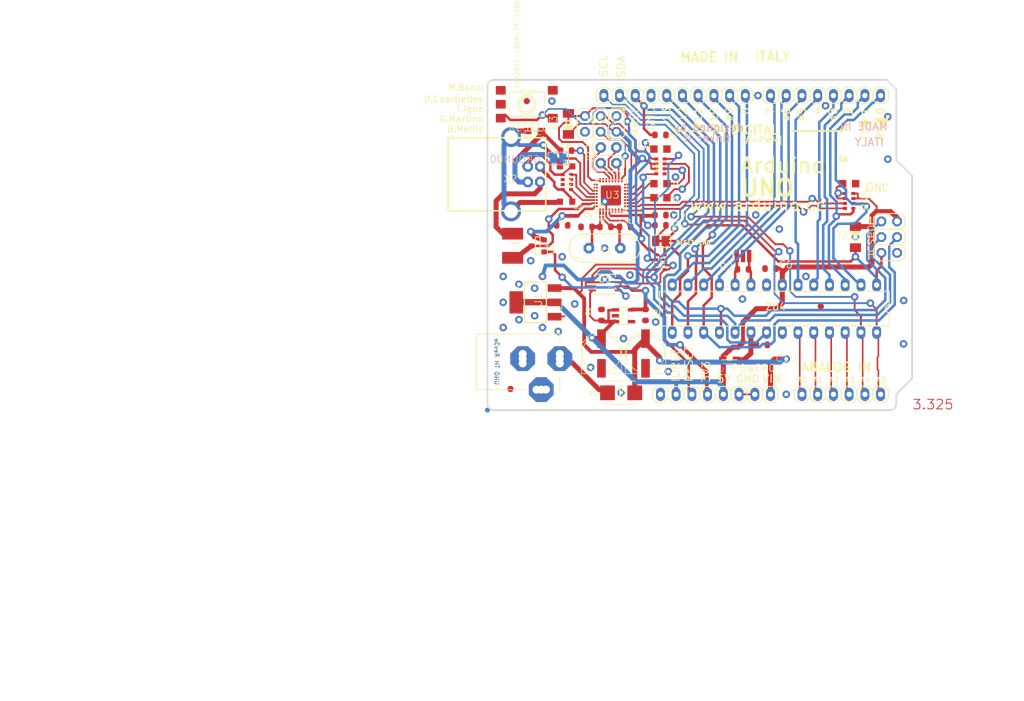
<source format=kicad_pcb>
(kicad_pcb (version 20221018) (generator pcbnew)
  (layers (0 "F.Cu" signal) (31 "B.Cu" signal) (34 "B.Paste" user) (35 "F.Paste" user) (36 "B.SilkS" user "B.Silkscreen") (37 "F.SilkS" user "F.Silkscreen") (38 "B.Mask" user) (39 "F.Mask" user) (44 "Edge.Cuts" user))
  (net 0 "")
  (net 1 "+5V")
  (net 2 "GND")
  (net 3 "AREF")
  (net 4 "RESET")
  (net 5 "VIN")
  (net 6 "M8RXD")
  (net 7 "M8TXD")
  (net 8 "SCK")
  (net 9 "N$3")
  (net 10 "N$35")
  (net 11 "N$36")
  (net 12 "PWRIN")
  (net 13 "D-")
  (net 14 "D+")
  (net 15 "+3V3")
  (net 16 "MISO")
  (net 17 "MOSI")
  (net 18 "SS")
  (net 19 "DTR")
  (net 20 "GATE_CMD")
  (net 21 "CMP")
  (net 22 "USBVCC")
  (net 23 "XTAL2")
  (net 24 "XTAL1")
  (net 25 "TP_VUCAP")
  (net 26 "RD-")
  (net 27 "RD+")
  (net 28 "RESET2")
  (net 29 "MISO2")
  (net 30 "MOSI2")
  (net 31 "SCK2")
  (net 32 "USHIELD")
  (net 33 "UGND")
  (net 34 "XUSB")
  (net 35 "XT2")
  (net 36 "XT1")
  (net 37 "RXLED")
  (net 38 "TXLED")
  (net 39 "AD0")
  (net 40 "AD1")
  (net 41 "AD2")
  (net 42 "AD3")
  (net 43 "AD4/SDA")
  (net 44 "AD5/SCL")
  (net 45 "IO2")
  (net 46 "IO1")
  (net 47 "IO0")
  (net 48 "IO3")
  (net 49 "IO4")
  (net 50 "IO5")
  (net 51 "IO6")
  (net 52 "IO7")
  (net 53 "IO8")
  (net 54 "IO9")
  (net 55 "5-GND")
  (net 56 "N$1")
  (net 57 "PB4")
  (net 58 "PB5")
  (net 59 "PB6")
  (net 60 "PB7")
  (net 61 "L13")
  (net 62 "AVCC")
  (footprint "TP-SP" (layer "F.Cu") (at 139.7381 88.4936)
    (fp_text reference "TP_LL0" hide)
    (fp_text value "TP_SP" hide)
  )
  (footprint "TP-SP" (layer "F.Cu") (at 132.4991 91.7956)
    (fp_text reference "TP_PB6" hide)
    (fp_text value "TP_SP" hide)
  )
  (footprint "TP-SP" (layer "F.Cu") (at 126.2761 110.2106)
    (fp_text reference "TP_GATE0" hide)
    (fp_text value "TP_SP" hide)
  )
  (footprint "CAY16" (layer "F.Cu") (at 142.1511 92.3036 -90)
    (fp_text reference "RN2")
    (fp_text value "1K")
  )
  (footprint "TP-SP" (layer "F.Cu") (at 175.1711 80.8736)
    (fp_text reference "TP_1" hide)
    (fp_text value "TP_SP" hide)
  )
  (footprint "TP-SP" (layer "F.Cu") (at 135.6741 105.5116)
    (fp_text reference "TP_XT4" hide)
    (fp_text value "TP_SP" hide)
  )
  (footprint "TP-SP" (layer "F.Cu") (at 120.1801 94.8436)
    (fp_text reference "TP_UGND0" hide)
    (fp_text value "TP_SP" hide)
  )
  (footprint "TP-SP" (layer "F.Cu") (at 145.5801 92.9386)
    (fp_text reference "TP_TXL0" hide)
    (fp_text value "TP_SP" hide)
  )
  (footprint "DIL28-3" (layer "F.Cu") (at 160.5661 115.2906 180)
    (fp_text reference "ZU4")
    (fp_text value "ATMEGA328P-PU")
  )
  (footprint "TP-SP" (layer "F.Cu") (at 120.1801 92.3036)
    (fp_text reference "TP_D+0" hide)
    (fp_text value "TP_SP" hide)
  )
  (footprint "C0603-ROUND" (layer "F.Cu") (at 136.4361 102.0826)
    (fp_text reference "C11")
    (fp_text value "22p")
  )
  (footprint "CAY16" (layer "F.Cu") (at 127.0381 94.8436 90)
    (fp_text reference "RN3")
    (fp_text value "22R")
  )
  (footprint "TP-SP" (layer "F.Cu") (at 135.0391 91.7956)
    (fp_text reference "TP_PB4" hide)
    (fp_text value "TP_SP" hide)
  )
  (footprint "TP-SP" (layer "F.Cu") (at 123.2281 88.8746)
    (fp_text reference "TP_USH0" hide)
    (fp_text value "TP_SP" hide)
  )
  (footprint "TP-SP" (layer "F.Cu") (at 167.5511 129.1336)
    (fp_text reference "TP_A1" hide)
    (fp_text value "TP_SP" hide)
  )
  (footprint "TP-SP" (layer "F.Cu") (at 149.7711 129.1336)
    (fp_text reference "TP_3V3" hide)
    (fp_text value "TP_SP" hide)
  )
  (footprint "1X08" (layer "F.Cu") (at 151.0411 129.1336)
    (fp_text reference "POWER0")
    (fp_text value "8x1F-H8.5")
  )
  (footprint "C0603-ROUND" (layer "F.Cu") (at 132.6261 116.3066 -90)
    (fp_text reference "C1")
    (fp_text value "100n")
  )
  (footprint "TP-SP" (layer "F.Cu") (at 122.7201 94.8436)
    (fp_text reference "TP_XUSB0" hide)
    (fp_text value "TP_SP" hide)
  )
  (footprint "MINIMELF" (layer "F.Cu") (at 173.6471 103.7336 -90)
    (fp_text reference "D2")
    (fp_text value "CD1206-S01575")
  )
  (footprint "FIDUCIA-MOUNT" (layer "F.Cu") (at 117.9411 128.2636)
    (fp_text reference "FD3" hide)
    (fp_text value "FIDUCIALMOUNT" hide)
  )
  (footprint "" (layer "F.Cu") (at 180.2511 96.1136)
    (fp_text reference "@HOLE0" hide)
    (fp_text value "")
  )
  (footprint "TP-SP" (layer "F.Cu") (at 145.7071 80.8736)
    (fp_text reference "TP_12" hide)
    (fp_text value "TP_SP" hide)
  )
  (footprint "TP-SP" (layer "F.Cu") (at 156.7561 111.4806)
    (fp_text reference "TP_XT1" hide)
    (fp_text value "TP_SP" hide)
  )
  (footprint "C0603-ROUND" (layer "F.Cu") (at 142.1511 101.8286)
    (fp_text reference "C5")
    (fp_text value "100n")
  )
  (footprint "TP-SP" (layer "F.Cu") (at 133.0071 80.8736)
    (fp_text reference "TP_SCL0" hide)
    (fp_text value "TP_SP" hide)
  )
  (footprint "TP-SP" (layer "F.Cu") (at 124.1171 100.8126)
    (fp_text reference "TP_USBVCC0" hide)
    (fp_text value "TP_SP" hide)
  )
  (footprint "MINIMELF" (layer "F.Cu") (at 127.2921 85.4456 90)
    (fp_text reference "D3")
    (fp_text value "CD1206-S01575")
  )
  (footprint "" (layer "F.Cu") (at 128.1811 129.1336)
    (fp_text reference "@HOLE3" hide)
    (fp_text value "")
  )
  (footprint "0805" (layer "F.Cu") (at 153.3271 123.5456)
    (fp_text reference "L2")
    (fp_text value "10uH")
  )
  (footprint "QS" (layer "F.Cu") (at 133.1341 105.5116 180)
    (fp_text reference "Y1")
    (fp_text value "16MHz")
  )
  (footprint "MLF32" (layer "F.Cu") (at 134.1501 97.0026 90)
    (fp_text reference "U3")
    (fp_text value "ATMEGA16U2-MU(R)" hide)
  )
  (footprint "TP-SP" (layer "F.Cu") (at 177.7111 129.1336)
    (fp_text reference "TP_A5" hide)
    (fp_text value "TP_SP" hide)
  )
  (footprint "CAY16" (layer "F.Cu") (at 172.6311 97.8916 90)
    (fp_text reference "RN4")
    (fp_text value "1K")
  )
  (footprint "TP-SP" (layer "F.Cu") (at 140.1191 101.8286)
    (fp_text reference "TP_DTR0" hide)
    (fp_text value "TP_SP" hide)
  )
  (footprint "TP-SP" (layer "F.Cu") (at 175.1711 129.1336)
    (fp_text reference "TP_A4" hide)
    (fp_text value "TP_SP" hide)
  )
  (footprint "TS42" (layer "F.Cu") (at 120.5611 82.2706)
    (fp_text reference "RESET0")
    (fp_text value "TS42031-160R-TR-7260")
  )
  (footprint "TP-SP" (layer "F.Cu") (at 144.1831 108.3056)
    (fp_text reference "TP_CMP0" hide)
    (fp_text value "TP_SP" hide)
  )
  (footprint "TP-SP" (layer "F.Cu") (at 170.8531 96.6216)
    (fp_text reference "TP_ONL0" hide)
    (fp_text value "TP_SP" hide)
  )
  (footprint "C0603-ROUND" (layer "F.Cu") (at 158.5341 121.1326 180)
    (fp_text reference "C10")
    (fp_text value "100n")
  )
  (footprint "C0603-ROUND" (layer "F.Cu") (at 142.1511 100.1776)
    (fp_text reference "C7")
    (fp_text value "100n")
  )
  (footprint "TP-SP" (layer "F.Cu") (at 167.5511 80.8736)
    (fp_text reference "TP_4" hide)
    (fp_text value "TP_SP" hide)
  )
  (footprint "TP-SP" (layer "F.Cu") (at 140.6271 80.8736)
    (fp_text reference "GND_TP1" hide)
    (fp_text value "TP_SP" hide)
  )
  (footprint "1X06" (layer "F.Cu") (at 171.3611 129.1336)
    (fp_text reference "AD0" hide)
    (fp_text value "6x1F-H8.5")
  )
  (footprint "CHIP-LED0805" (layer "F.Cu") (at 142.1511 89.5096 -90)
    (fp_text reference "L0")
    (fp_text value "YELLOW")
  )
  (footprint "TP-SP" (layer "F.Cu") (at 170.0911 129.1336)
    (fp_text reference "TP_A2" hide)
    (fp_text value "TP_SP" hide)
  )
  (footprint "MSOP08" (layer "F.Cu") (at 133.2611 111.3536 90)
    (fp_text reference "U5")
    (fp_text value "LMV358IDGKR")
  )
  (footprint "2X03" (layer "F.Cu") (at 179.1081 103.7336 -90)
    (fp_text reference "ICSP0")
    (fp_text value "3x2 M")
  )
  (footprint "C0603-ROUND" (layer "F.Cu") (at 159.9311 108.8136)
    (fp_text reference "C6")
    (fp_text value "100n")
  )
  (footprint "R0603-ROUND" (layer "F.Cu") (at 133.2611 102.0826)
    (fp_text reference "R1")
    (fp_text value "1M")
  )
  (footprint "TP-SP" (layer "F.Cu") (at 135.0391 84.1756)
    (fp_text reference "TP_MISO2" hide)
    (fp_text value "TP_SP" hide)
  )
  (footprint "FIDUCIA-MOUNT" (layer "F.Cu") (at 120.5611 81.7626)
    (fp_text reference "FD1" hide)
    (fp_text value "FIDUCIALMOUNT" hide)
  )
  (footprint "SJ" (layer "F.Cu") (at 142.1511 104.3686)
    (fp_text reference "RESET-EN0")
    (fp_text value "")
  )
  (footprint "CHIP-LED0805" (layer "F.Cu") (at 142.1511 95.0976 90)
    (fp_text reference "TX0" hide)
    (fp_text value "YELLOW")
  )
  (footprint "TP-SP" (layer "F.Cu") (at 132.4991 89.2556)
    (fp_text reference "TP_PB7" hide)
    (fp_text value "TP_SP" hide)
  )
  (footprint "TP-SP" (layer "F.Cu") (at 159.9311 129.1336)
    (fp_text reference "TP_VIN0" hide)
    (fp_text value "TP_SP" hide)
  )
  (footprint "TP-SP" (layer "F.Cu") (at 148.2471 80.8736)
    (fp_text reference "TP_11" hide)
    (fp_text value "TP_SP" hide)
  )
  (footprint "TP-SP" (layer "F.Cu") (at 166.6621 97.5106)
    (fp_text reference "TP_RX0" hide)
    (fp_text value "TP_SP" hide)
  )
  (footprint "RESONATOR" (layer "F.Cu") (at 155.4861 106.7816)
    (fp_text reference "Y2")
    (fp_text value "CSTCE16M0V53-R0 16MHZ")
  )
  (footprint "TP-SP" (layer "F.Cu") (at 143.1671 80.8736)
    (fp_text reference "TP_13" hide)
    (fp_text value "TP_SP" hide)
  )
  (footprint "TP-SP" (layer "F.Cu") (at 172.6311 80.8736)
    (fp_text reference "TP_2" hide)
    (fp_text value "TP_SP" hide)
  )
  (footprint "SOT23-DBV" (layer "F.Cu") (at 136.1821 116.4336 -90)
    (fp_text reference "U2")
    (fp_text value "LP2985-33DBVR")
  )
  (footprint "TP-SP" (layer "F.Cu") (at 155.8671 80.8736)
    (fp_text reference "TP_8" hide)
    (fp_text value "TP_SP" hide)
  )
  (footprint "2X03" (layer "F.Cu") (at 132.4991 85.4456 180)
    (fp_text reference "ICSP1")
    (fp_text value "3x2 M")
  )
  (footprint "PANASONIC_D" (layer "F.Cu") (at 132.6261 122.5296 90)
    (fp_text reference "PC2" hide)
    (fp_text value "47u")
  )
  (footprint "POWERSUPPLY_DC-21MM" (layer "F.Cu") (at 119.5451 123.2916 90)
    (fp_text reference "X1" hide)
    (fp_text value "POWERSUPPLY_DC21MMX")
  )
  (footprint "TP-SP" (layer "F.Cu") (at 177.7111 80.8736)
    (fp_text reference "TP_0" hide)
    (fp_text value "TP_SP" hide)
  )
  (footprint "TP-SP" (layer "F.Cu") (at 165.0111 129.1336)
    (fp_text reference "TP_A0" hide)
    (fp_text value "TP_SP" hide)
  )
  (footprint "TP-SP" (layer "F.Cu") (at 172.6311 129.1336)
    (fp_text reference "TP_A3" hide)
    (fp_text value "TP_SP" hide)
  )
  (footprint "TP-SP" (layer "F.Cu") (at 180.3781 101.1936)
    (fp_text reference "TP_5V1" hide)
    (fp_text value "TP_SP" hide)
  )
  (footprint "C0603-ROUND" (layer "F.Cu") (at 130.2131 102.0826 180)
    (fp_text reference "C9")
    (fp_text value "22p")
  )
  (footprint "TP-SP" (layer "F.Cu") (at 165.0111 80.8736)
    (fp_text reference "TP_5" hide)
    (fp_text value "TP_SP" hide)
  )
  (footprint "TP-SP" (layer "F.Cu") (at 129.1971 89.7636)
    (fp_text reference "TP_VUCAP0" hide)
    (fp_text value "TP_SP" hide)
  )
  (footprint "TP-SP" (layer "F.Cu") (at 130.5941 105.5116)
    (fp_text reference "TP_XT3" hide)
    (fp_text value "TP_SP" hide)
  )
  (footprint "CHIP-LED0805" (layer "F.Cu") (at 172.6311 95.0976 -90)
    (fp_text reference "ON0")
    (fp_text value "GREEN")
  )
  (footprint "2X02" (layer "F.Cu") (at 133.7691 90.5256 90)
    (fp_text reference "JP2")
    (fp_text value "2x2 M - NM")
  )
  (footprint "CHIP-LED0805" (layer "F.Cu") (at 142.1511 97.3836 90)
    (fp_text reference "RX0" hide)
    (fp_text value "YELLOW")
  )
  (footprint "TP-SP" (layer "F.Cu") (at 135.5471 80.8736)
    (fp_text reference "TP_SDA0" hide)
    (fp_text value "TP_SP" hide)
  )
  (footprint "TP-SP" (layer "F.Cu") (at 153.3271 80.8736)
    (fp_text reference "TP_9" hide)
    (fp_text value "TP_SP" hide)
  )
  (footprint "TP-SP" (layer "F.Cu") (at 159.9311 80.8736)
    (fp_text reference "TP_7" hide)
    (fp_text value "TP_SP" hide)
  )
  (footprint "TP-SP" (layer "F.Cu") (at 138.0871 80.8736)
    (fp_text reference "TP_AREF0" hide)
    (fp_text value "TP_SP" hide)
  )
  (footprint "TP-SP" (layer "F.Cu") (at 129.9591 84.1756)
    (fp_text reference "TP_RESET2" hide)
    (fp_text value "TP_SP" hide)
  )
  (footprint "0805" (layer "F.Cu") (at 121.8311 86.5886 180)
    (fp_text reference "L1")
    (fp_text value "BLM21")
  )
  (footprint "SOT223" (layer "F.Cu") (at 121.9581 114.2746 90)
    (fp_text reference "U1")
    (fp_text value "NCP1117ST50T3G")
  )
  (footprint "TP-SP" (layer "F.Cu") (at 165.2651 99.6696)
    (fp_text reference "TP_TX0" hide)
    (fp_text value "TP_SP" hide)
  )
  (footprint "TP-SP" (layer "F.Cu") (at 154.2161 111.4806)
    (fp_text reference "TP_XT2" hide)
    (fp_text value "TP_SP" hide)
  )
  (footprint "PN61729" (layer "F.Cu") (at 118.0211 93.5736 -90)
    (fp_text reference "X2")
    (fp_text value "USB-B_TH")
  )
  (footprint "SOT-23" (layer "F.Cu") (at 122.3391 105.1306 -90)
    (fp_text reference "T1")
    (fp_text value "FDN340P")
  )
  (footprint "R0603-ROUND" (layer "F.Cu") (at 155.4861 108.9406 180)
    (fp_text reference "R2")
    (fp_text value "1M")
  )
  (footprint "TP-SP" (layer "F.Cu") (at 145.5801 95.9866)
    (fp_text reference "TP_RXL0" hide)
    (fp_text value "TP_SP" hide)
  )
  (footprint "SMB" (layer "F.Cu") (at 135.8011 128.8796 180)
    (fp_text reference "D1")
    (fp_text value "M7")
  )
  (footprint "TP-SP" (layer "F.Cu") (at 152.3111 129.1336)
    (fp_text reference "TP_5V0" hide)
    (fp_text value "TP_SP" hide)
  )
  (footprint "C0603-ROUND" (layer "F.Cu") (at 142.1511 87.2236 180)
    (fp_text reference "C4")
    (fp_text value "100n")
  )
  (footprint "FIDUCIA-MOUNT" (layer "F.Cu") (at 168.0511 114.9326)
    (fp_text reference "FD2" hide)
    (fp_text value "FIDUCIALMOUNT" hide)
  )
  (footprint "TP-SP" (layer "F.Cu") (at 132.4991 84.1756)
    (fp_text reference "TP_SCK2" hide)
    (fp_text value "TP_SP" hide)
  )
  (footprint "TP-SP" (layer "F.Cu") (at 133.1341 110.5916)
    (fp_text reference "TP_LCMD0" hide)
    (fp_text value "TP_SP" hide)
  )
  (footprint "" (layer "F.Cu") (at 129.4511 80.8736)
    (fp_text reference "@HOLE2" hide)
    (fp_text value "")
  )
  (footprint "TP-SP" (layer "F.Cu") (at 114.2111 131.6736)
    (fp_text reference "ORIGIN0" hide)
    (fp_text value "TP_SP" hide)
  )
  (footprint "TP-SP" (layer "F.Cu") (at 132.4991 86.7156)
    (fp_text reference "TP_MOSI2" hide)
    (fp_text value "TP_SP" hide)
  )
  (footprint "PANASONIC_D" (layer "F.Cu") (at 139.7381 122.5296 90)
    (fp_text reference "PC1" hide)
    (fp_text value "47u")
  )
  (footprint "TP-SP" (layer "F.Cu") (at 150.7871 80.8736)
    (fp_text reference "TP_10" hide)
    (fp_text value "TP_SP" hide)
  )
  (footprint "CAY16" (layer "F.Cu") (at 142.1511 107.7976 90)
    (fp_text reference "RN1")
    (fp_text value "10K")
  )
  (footprint "" (layer "F.Cu") (at 180.2511 124.0536)
    (fp_text reference "@HOLE1" hide)
    (fp_text value "")
  )
  (footprint "FRAME" (layer "F.Cu") (at 114.2111 131.6736)
    (fp_text reference "FRAME1" hide)
    (fp_text value "DNP" hide)
  )
  (footprint "L1812" (layer "F.Cu") (at 118.2751 105.1306 90)
    (fp_text reference "F1")
    (fp_text value "MF-MSMF050-2 500mA")
  )
  (footprint "TP-SP" (layer "F.Cu") (at 157.3911 129.1336)
    (fp_text reference "GND_TP0" hide)
    (fp_text value "TP_SP" hide)
  )
  (footprint "1X08" (layer "F.Cu") (at 168.8211 80.8736 180)
    (fp_text reference "IOL0" hide)
    (fp_text value "8x1F-H8.5")
  )
  (footprint "TP-SP" (layer "F.Cu") (at 135.0391 89.2556)
    (fp_text reference "TP_PB5" hide)
    (fp_text value "TP_SP" hide)
  )
  (footprint "C0603-ROUND" (layer "F.Cu") (at 139.7381 116.3066 90)
    (fp_text reference "C3")
    (fp_text value "1u")
  )
  (footprint "TP-SP" (layer "F.Cu") (at 127.4191 123.4186)
    (fp_text reference "TP_PWRIN0" hide)
    (fp_text value "TP_SP" hide)
  )
  (footprint "C0603-ROUND" (layer "F.Cu") (at 126.2761 101.8286 180)
    (fp_text reference "C2")
    (fp_text value "100n")
  )
  (footprint "TP-SP" (layer "F.Cu") (at 170.0911 80.8736)
    (fp_text reference "TP_3" hide)
    (fp_text value "TP_SP" hide)
  )
  (footprint "CT_CN0603" (layer "F.Cu") (at 126.9111 92.3036 180)
    (fp_text reference "Z1")
    (fp_text value "CG0603MLC-05E")
  )
  (footprint "TP-SP" (layer "F.Cu") (at 147.2311 129.1336)
    (fp_text reference "TP_RESET0" hide)
    (fp_text value "TP_SP" hide)
  )
  (footprint "1X10" (layer "F.Cu") (at 144.4371 80.8736 180)
    (fp_text reference "IOH0" hide)
    (fp_text value "10x1F-H8.5")
  )
  (footprint "TP-SP" (layer "F.Cu") (at 122.7201 92.3036)
    (fp_text reference "TP_D-0" hide)
    (fp_text value "TP_SP" hide)
  )
  (footprint "C0603-ROUND" (layer "F.Cu") (at 126.9111 89.7636 180)
    (fp_text reference "C8")
    (fp_text value "1u")
  )
  (footprint "TP-SP" (layer "F.Cu") (at 162.4711 80.8736)
    (fp_text reference "TP_6" hide)
    (fp_text value "TP_SP" hide)
  )
  (footprint "CT_CN0603" (layer "F.Cu") (at 126.9111 98.0186 180)
    (fp_text reference "Z2")
    (fp_text value "CG0603MLC-05E")
  )
  (footprint "SJ" (layer "B.Cu") (at 125.6411 91.0336 180)
    (fp_text reference "GROUND0")
    (fp_text value "")
  )
  (gr_line (start 177.4571 84.9376) (end 177.9651 84.9376) (stroke (width 0.3048)) (layer "F.SilkS"))
  (gr_line (start 171.4881 86.5886) (end 163.3601 86.5886) (stroke (width 0.3048)) (layer "F.SilkS"))
  (gr_line (start 178.3461 84.8106) (end 177.8381 85.3186) (stroke (width 0.3048)) (layer "F.SilkS"))
  (gr_line (start 177.8381 85.5726) (end 178.7271 84.6836) (stroke (width 0.3048)) (layer "F.SilkS"))
  (gr_line (start 176.9491 84.6836) (end 177.8381 85.5726) (stroke (width 0.3048)) (layer "F.SilkS"))
  (gr_line (start 177.8381 85.0646) (end 177.8381 85.1916) (stroke (width 0.3048)) (layer "F.SilkS"))
  (gr_circle (center 136.3091 82.9056) (end 136.5631 82.9056) (stroke (width 0.254)) (fill none) (layer "F.SilkS"))
  (gr_line (start 174.6631 85.4456) (end 175.1711 84.9376) (stroke (width 0.3048)) (layer "F.SilkS"))
  (gr_line (start 144.5641 86.5886) (end 143.4211 85.4456) (stroke (width 0.3048)) (layer "F.SilkS"))
  (gr_line (start 177.3301 84.8106) (end 178.3461 84.8106) (stroke (width 0.3048)) (layer "F.SilkS"))
  (gr_line (start 152.6921 86.5886) (end 144.5641 86.5886) (stroke (width 0.3048)) (layer "F.SilkS"))
  (gr_line (start 176.0601 85.5726) (end 175.1711 84.6836) (stroke (width 0.3048)) (layer "F.SilkS"))
  (gr_line (start 175.6791 85.4456) (end 174.9171 85.4456) (stroke (width 0.3048)) (layer "F.SilkS"))
  (gr_line (start 178.7271 84.6836) (end 176.9491 84.6836) (stroke (width 0.3048)) (layer "F.SilkS"))
  (gr_line (start 172.6311 85.4456) (end 171.4881 86.5886) (stroke (width 0.3048)) (layer "F.SilkS"))
  (gr_line (start 175.1711 84.6836) (end 174.2821 85.5726) (stroke (width 0.3048)) (layer "F.SilkS"))
  (gr_line (start 174.9171 85.4456) (end 175.2981 85.1916) (stroke (width 0.3048)) (layer "F.SilkS"))
  (gr_line (start 177.8381 85.3186) (end 177.4571 84.9376) (stroke (width 0.3048)) (layer "F.SilkS"))
  (gr_line (start 175.1711 84.9376) (end 175.6791 85.4456) (stroke (width 0.3048)) (layer "F.SilkS"))
  (gr_line (start 174.2821 85.5726) (end 176.0601 85.5726) (stroke (width 0.3048)) (layer "F.SilkS"))
  (gr_arc (start 180.2511 130.6736) (mid 179.958207 131.380707) (end 179.2511 131.6736) (stroke (width 0.254)) (layer "Edge.Cuts"))
  (gr_line (start 180.2511 91.2876) (end 182.7911 93.8276) (stroke (width 0.254)) (layer "Edge.Cuts"))
  (gr_line (start 180.2511 79.8576) (end 180.2511 91.2876) (stroke (width 0.254)) (layer "Edge.Cuts"))
  (gr_line (start 180.2511 129.1336) (end 180.2511 130.6736) (stroke (width 0.254)) (layer "Edge.Cuts"))
  (gr_line (start 182.7911 126.5936) (end 180.2511 129.1336) (stroke (width 0.254)) (layer "Edge.Cuts"))
  (gr_line (start 114.2111 130.6736) (end 114.2111 79.3336) (stroke (width 0.254)) (layer "Edge.Cuts"))
  (gr_line (start 179.2511 131.6736) (end 115.2111 131.6736) (stroke (width 0.254)) (layer "Edge.Cuts"))
  (gr_line (start 182.7911 93.8276) (end 182.7911 126.5936) (stroke (width 0.254)) (layer "Edge.Cuts"))
  (gr_arc (start 114.2111 79.3336) (mid 114.503993 78.626493) (end 115.2111 78.3336) (stroke (width 0.254)) (layer "Edge.Cuts"))
  (gr_line (start 115.2111 78.3336) (end 178.7271 78.3336) (stroke (width 0.254)) (layer "Edge.Cuts"))
  (gr_arc (start 115.2111 131.6736) (mid 114.503993 131.380707) (end 114.2111 130.6736) (stroke (width 0.254)) (layer "Edge.Cuts"))
  (gr_line (start 178.7271 78.3336) (end 180.2511 79.8576) (stroke (width 0.254)) (layer "Edge.Cuts"))
  (gr_text "3.325" (at 182.7911 131.6736) (layer "F.Cu") (effects (font (size 1.542288 1.542288) (thickness 0.134112)) (justify left bottom)))
  (gr_text "UNO TH Rev3e" (at 116.1161 119.9896 -90) (layer "B.Cu") (effects (font (size 0.69088 0.69088) (thickness 0.12192)) (justify right top mirror)))
  (gr_text "tinker it" (at 153.5811 88.4936) (layer "B.SilkS") (effects (font (size 1.251712 1.251712) (thickness 0.170688)) (justify left bottom mirror)))
  (gr_text "designed by" (at 155.7401 86.7156) (layer "B.SilkS") (effects (font (size 1.251712 1.251712) (thickness 0.170688)) (justify left bottom mirror)))
  (gr_text "MADE IN" (at 178.9811 86.5886) (layer "B.SilkS") (effects (font (size 1.251712 1.251712) (thickness 0.170688)) (justify left bottom mirror)))
  (gr_text "ITALY" (at 178.3461 89.1286) (layer "B.SilkS") (effects (font (size 1.251712 1.251712) (thickness 0.170688)) (justify left bottom mirror)))
  (gr_text "ANALOG IN" (at 164.7571 125.5776) (layer "F.SilkS") (effects (font (size 1.42494 1.42494) (thickness 0.25146)) (justify left bottom)))
  (gr_text "SCL" (at 133.7393 77.9658 90) (layer "F.SilkS") (effects (font (size 1.28016 1.28016) (thickness 0.14224)) (justify left bottom)))
  (gr_text "5" (at 164.2491 82.6516 90) (layer "F.SilkS") (effects (font (size 1.251712 1.251712) (thickness 0.170688)) (justify right top)))
  (gr_text "3V3" (at 150.2791 127.3556 90) (layer "F.SilkS") (effects (font (size 1.28016 1.28016) (thickness 0.14224)) (justify left bottom)))
  (gr_text "4" (at 166.7891 82.6516 90) (layer "F.SilkS") (effects (font (size 1.251712 1.251712) (thickness 0.170688)) (justify right top)))
  (gr_text "A5" (at 176.8997 127.3434) (layer "F.SilkS") (effects (font (size 0.89408 0.89408) (thickness 0.12192)) (justify left bottom)))
  (gr_text "IOREF" (at 145.3261 127.2286 90) (layer "F.SilkS") (effects (font (size 1.28016 1.28016) (thickness 0.14224)) (justify left bottom)))
  (gr_text "A0" (at 164.1997 127.3434) (layer "F.SilkS") (effects (font (size 0.89408 0.89408) (thickness 0.12192)) (justify left bottom)))
  (gr_text "A4" (at 174.3597 127.3434) (layer "F.SilkS") (effects (font (size 0.89408 0.89408) (thickness 0.12192)) (justify left bottom)))
  (gr_text "#" (at 148.8821 86.3346 90) (layer "F.SilkS") (effects (font (size 0.972312 0.972312) (thickness 0.145288)) (justify left bottom)))
  (gr_text "TM" (at 170.7261 91.6686) (layer "F.SilkS") (effects (font (size 0.8128 0.8128) (thickness 0.2032)) (justify left bottom)))
  (gr_text "GND" (at 154.2245 127.3688) (layer "F.SilkS") (effects (font (size 1.251712 1.251712) (thickness 0.170688)) (justify left bottom)))
  (gr_text "TX" (at 175.9287 88.2274 90) (layer "F.SilkS") (effects (font (size 1.28016 1.28016) (thickness 0.14224)) (justify left bottom)))
  (gr_text "www.arduino.cc" (at 146.7231 99.6696) (layer "F.SilkS") (effects (font (size 1.922272 1.922272) (thickness 0.262128)) (justify left bottom)))
  (gr_text "RX" (at 178.4731 88.2396 90) (layer "F.SilkS") (effects (font (size 1.28016 1.28016) (thickness 0.14224)) (justify left bottom)))
  (gr_text "3" (at 169.3291 82.6516 90) (layer "F.SilkS") (effects (font (size 1.251712 1.251712) (thickness 0.170688)) (justify right top)))
  (gr_text "A3" (at 171.8197 127.3434) (layer "F.SilkS") (effects (font (size 0.89408 0.89408) (thickness 0.12192)) (justify left bottom)))
  (gr_text "DIGITAL" (at 153.3635 87.2594) (layer "F.SilkS") (effects (font (size 1.42494 1.42494) (thickness 0.25146)) (justify left bottom)))
  (gr_text "D.Cuartielles" (at 113.6269 80.8736) (layer "F.SilkS") (effects (font (size 1.00584 1.00584) (thickness 0.13716)) (justify right top)))
  (gr_text "T.Igoe" (at 113.6269 82.3976) (layer "F.SilkS") (effects (font (size 1.00584 1.00584) (thickness 0.13716)) (justify right top)))
  (gr_text "9" (at 152.5651 82.6516 90) (layer "F.SilkS") (effects (font (size 1.251712 1.251712) (thickness 0.170688)) (justify right top)))
  (gr_text "5V" (at 151.1681 127.3556) (layer "F.SilkS") (effects (font (size 1.251712 1.251712) (thickness 0.170688)) (justify left bottom)))
  (gr_text "TX" (at 145.3261 94.7166) (layer "F.SilkS") (effects (font (size 0.69088 0.69088) (thickness 0.12192)) (justify right top)))
  (gr_text "Arduino" (at 154.8511 93.5736) (layer "F.SilkS") (effects (font (size 2.45872 2.45872) (thickness 0.33528)) (justify left bottom)))
  (gr_text "VIN" (at 158.5341 127.3556) (layer "F.SilkS") (effects (font (size 1.251712 1.251712) (thickness 0.170688)) (justify left bottom)))
  (gr_text "SDA" (at 136.5333 78.0928 90) (layer "F.SilkS") (effects (font (size 1.28016 1.28016) (thickness 0.14224)) (justify left bottom)))
  (gr_text "#" (at 163.1061 85.0646 90) (layer "F.SilkS") (effects (font (size 0.972312 0.972312) (thickness 0.145288)) (justify left bottom)))
  (gr_text "1" (at 175.4575 101.7292) (layer "F.SilkS") (effects (font (size 1.0795 1.0795) (thickness 0.1905)) (justify left bottom)))
  (gr_text "6" (at 161.7091 82.6516 90) (layer "F.SilkS") (effects (font (size 1.251712 1.251712) (thickness 0.170688)) (justify right top)))
  (gr_text "A1" (at 166.7397 127.3434) (layer "F.SilkS") (effects (font (size 0.89408 0.89408) (thickness 0.12192)) (justify left bottom)))
  (gr_text "13" (at 142.4051 82.6516 90) (layer "F.SilkS") (effects (font (size 1.251712 1.251712) (thickness 0.170688)) (justify right top)))
  (gr_text "RESET" (at 147.4851 127.2286 90) (layer "F.SilkS") (effects (font (size 1.28016 1.28016) (thickness 0.14224)) (justify left bottom)))
  (gr_text "10" (at 150.0251 82.6516 90) (layer "F.SilkS") (effects (font (size 1.251712 1.251712) (thickness 0.170688)) (justify right top)))
  (gr_text "#" (at 153.8351 85.0646 90) (layer "F.SilkS") (effects (font (size 0.972312 0.972312) (thickness 0.145288)) (justify left bottom)))
  (gr_text "M.Banzi" (at 113.7031 78.9686) (layer "F.SilkS") (effects (font (size 1.00584 1.00584) (thickness 0.13716)) (justify right top)))
  (gr_text "11" (at 147.4851 82.6516 90) (layer "F.SilkS") (effects (font (size 1.251712 1.251712) (thickness 0.170688)) (justify right top)))
  (gr_text "A2" (at 169.2797 127.3434) (layer "F.SilkS") (effects (font (size 0.89408 0.89408) (thickness 0.12192)) (justify left bottom)))
  (gr_text "RX" (at 143.8021 98.0186) (layer "F.SilkS") (effects (font (size 0.69088 0.69088) (thickness 0.12192)) (justify left bottom)))
  (gr_text "GND" (at 139.8841 82.5368 90) (layer "F.SilkS") (effects (font (size 1.28016 1.28016) (thickness 0.14224)) (justify right top)))
  (gr_text "#" (at 165.5191 85.0646 90) (layer "F.SilkS") (effects (font (size 0.972312 0.972312) (thickness 0.145288)) (justify left bottom)))
  (gr_text "AREF" (at 137.2279 82.5114 90) (layer "F.SilkS") (effects (font (size 1.28016 1.28016) (thickness 0.14224)) (justify right top)))
  (gr_text "0" (at 176.9491 82.6516 90) (layer "F.SilkS") (effects (font (size 1.251712 1.251712) (thickness 0.170688)) (justify right top)))
  (gr_text "8" (at 155.1051 82.6516 90) (layer "F.SilkS") (effects (font (size 1.251712 1.251712) (thickness 0.170688)) (justify right top)))
  (gr_text "[#=PWM]" (at 155.1051 88.6206) (layer "F.SilkS") (effects (font (size 0.972312 0.972312) (thickness 0.145288)) (justify left bottom)))
  (gr_text "ITALY" (at 157.2641 75.4126) (layer "F.SilkS") (effects (font (size 1.5113 1.5113) (thickness 0.2667)) (justify left bottom)))
  (gr_text "G.Martino" (at 113.6269 84.0486) (layer "F.SilkS") (effects (font (size 1.00584 1.00584) (thickness 0.13716)) (justify right top)))
  (gr_text "#" (at 170.5991 85.0646 90) (layer "F.SilkS") (effects (font (size 0.972312 0.972312) (thickness 0.145288)) (justify left bottom)))
  (gr_text "#" (at 151.4221 86.3346 90) (layer "F.SilkS") (effects (font (size 0.972312 0.972312) (thickness 0.145288)) (justify left bottom)))
  (gr_text "UNO" (at 154.8511 97.3836) (layer "F.SilkS") (effects (font (size 2.69875 2.69875) (thickness 0.47625)) (justify left bottom)))
  (gr_text "MADE IN" (at 145.1991 75.5396) (layer "F.SilkS") (effects (font (size 1.5113 1.5113) (thickness 0.2667)) (justify left bottom)))
  (gr_text "12" (at 144.9451 82.6516 90) (layer "F.SilkS") (effects (font (size 1.251712 1.251712) (thickness 0.170688)) (justify right top)))
  (gr_text "7" (at 159.1691 82.6516 90) (layer "F.SilkS") (effects (font (size 1.251712 1.251712) (thickness 0.170688)) (justify right top)))
  (gr_text "D.Mellis" (at 113.6269 85.6996) (layer "F.SilkS") (effects (font (size 1.00584 1.00584) (thickness 0.13716)) (justify right top)))
  (gr_text "1" (at 174.4091 82.6516 90) (layer "F.SilkS") (effects (font (size 1.251712 1.251712) (thickness 0.170688)) (justify right top)))
  (gr_text "2" (at 171.8691 82.6516 90) (layer "F.SilkS") (effects (font (size 1.251712 1.251712) (thickness 0.170688)) (justify right top)))
  (segment (start 126.2761 100.3046) (end 125.3871 101.1936) (width 0.6096) (layer "F.Cu") (net 1))
  (segment (start 140.1681 105.7656) (end 140.6441 105.7656) (width 0.4064) (layer "F.Cu") (net 1))
  (segment (start 131.1891 112.3696) (end 131.1491 112.3296) (width 0.3048) (layer "F.Cu") (net 1))
  (segment (start 140.6441 105.7656) (end 141.4761 106.5976) (width 0.4064) (layer "F.Cu") (net 1))
  (segment (start 139.1031 104.7006) (end 140.1681 105.7656) (width 0.4064) (layer "F.Cu") (net 1))
  (segment (start 173.9711 96.6916) (end 173.3061 96.6916) (width 0.3048) (layer "F.Cu") (net 1))
  (segment (start 155.4861 120.4976) (end 155.4861 120.7516) (width 0.8128) (layer "F.Cu") (net 1))
  (segment (start 137.2391 100.1639) (end 137.0984 100.3046) (width 0.4064) (layer "F.Cu") (net 1))
  (segment (start 128.9921 85.4456) (end 127.2921 87.1456) (width 0.254) (layer "F.Cu") (net 1))
  (segment (start 138.9761 100.2909) (end 141.1488 100.2909) (width 0.6096) (layer "F.Cu") (net 1))
  (segment (start 174.0281 96.7486) (end 173.9711 96.6916) (width 0.3048) (layer "F.Cu") (net 1))
  (segment (start 160.8201 108.8136) (end 161.4551 108.8136) (width 0.6096) (layer "F.Cu") (net 1))
  (segment (start 133.9001 99.9276) (end 133.9001 99.4526) (width 0.2794) (layer "F.Cu") (net 1))
  (segment (start 133.2611 85.4456) (end 128.9921 85.4456) (width 0.254) (layer "F.Cu") (net 1))
  (segment (start 140.1381 91.3956) (end 140.6461 91.9036) (width 0.4064) (layer "F.Cu") (net 1))
  (segment (start 152.3111 123.6296) (end 152.2271 123.5456) (width 0.8128) (layer "F.Cu") (net 1))
  (segment (start 141.8655 106.5976) (end 142.4369 107.3976) (width 0.254) (layer "F.Cu") (net 1))
  (segment (start 179.3113 99.6188) (end 180.3781 100.5586) (width 0.8128) (layer "F.Cu") (net 1))
  (segment (start 161.8361 109.4486) (end 161.8361 111.4806) (width 0.8128) (layer "F.Cu") (net 1))
  (segment (start 133.7691 117.3836) (end 133.7691 115.5446) (width 0.4064) (layer "F.Cu") (net 1))
  (segment (start 177.0761 99.6188) (end 179.3113 99.6188) (width 0.8128) (layer "F.Cu") (net 1))
  (segment (start 157.6451 115.2906) (end 155.4861 117.4496) (width 0.8128) (layer "F.Cu") (net 1))
  (segment (start 161.9631 109.3216) (end 162.7251 108.5596) (width 0.8128) (layer "F.Cu") (net 1))
  (segment (start 161.8361 114.4016) (end 160.9471 115.2906) (width 0.8128) (layer "F.Cu") (net 1))
  (segment (start 176.3141 108.0516) (end 176.3141 102.2096) (width 0.8128) (layer "F.Cu") (net 1))
  (segment (start 130.7846 116.4971) (end 130.7846 112.7741) (width 0.3048) (layer "F.Cu") (net 1))
  (segment (start 120.0785 114.2492) (end 125.2347 114.2492) (width 1.016) (layer "F.Cu") (net 1))
  (segment (start 139.1031 103.9876) (end 139.1031 104.7006) (width 0.4064) (layer "F.Cu") (net 1))
  (segment (start 139.7381 91.4146) (end 140.1381 91.3956) (width 0.4064) (layer "F.Cu") (net 1))
  (segment (start 132.9941 119.9896) (end 132.6261 120.1296) (width 0.6096) (layer "F.Cu") (net 1))
  (segment (start 120.0531 114.2746) (end 120.0785 114.2492) (width 1.016) (layer "F.Cu") (net 1))
  (segment (start 132.8141 117.3836) (end 132.6261 117.1956) (width 0.6096) (layer "F.Cu") (net 1))
  (segment (start 134.5311 86.7156) (end 133.2611 85.4456) (width 0.254) (layer "F.Cu") (net 1))
  (segment (start 152.3111 129.1336) (end 152.3111 123.6296) (width 0.8128) (layer "F.Cu") (net 1))
  (segment (start 125.3871 101.1936) (end 125.3871 101.8286) (width 0.6096) (layer "F.Cu") (net 1))
  (segment (start 177.0761 98.7806) (end 175.7871 97.4916) (width 0.3048) (layer "F.Cu") (net 1))
  (segment (start 141.4761 106.5976) (end 141.8655 106.5976) (width 0.254) (layer "F.Cu") (net 1))
  (segment (start 162.7251 108.5596) (end 175.8061 108.5596) (width 0.8128) (layer "F.Cu") (net 1))
  (segment (start 139.1031 103.9876) (end 138.9761 103.4796) (width 0.4064) (layer "F.Cu") (net 1))
  (segment (start 133.7691 115.5446) (end 134.8211 115.5446) (width 0.4064) (layer "F.Cu") (net 1))
  (segment (start 175.7871 97.4916) (end 174.0281 97.4916) (width 0.3048) (layer "F.Cu") (net 1))
  (segment (start 180.3781 100.5586) (end 180.3781 101.1936) (width 0.8128) (layer "F.Cu") (net 1))
  (segment (start 138.9761 103.4796) (end 138.9761 100.2909) (width 0.4064) (layer "F.Cu") (net 1))
  (segment (start 131.4831 117.1956) (end 130.7846 116.4971) (width 0.3048) (layer "F.Cu") (net 1))
  (segment (start 135.0391 86.7156) (end 134.5311 86.7156) (width 0.254) (layer "F.Cu") (net 1))
  (segment (start 138.9761 100.2909) (end 138.8491 100.1639) (width 0.4064) (layer "F.Cu") (net 1))
  (segment (start 133.7691 117.3836) (end 132.8141 117.3836) (width 0.6096) (layer "F.Cu") (net 1))
  (segment (start 155.4861 117.4496) (end 155.4861 120.4976) (width 0.6096) (layer "F.Cu") (net 1))
  (segment (start 139.2301 91.0336) (end 139.7381 91.4146) (width 0.4064) (layer "F.Cu") (net 1))
  (segment (start 121.7803 103.6828) (end 121.1961 102.8446) (width 0.8128) (layer "F.Cu") (net 1))
  (segment (start 125.2347 114.2492) (end 125.0569 114.2746) (width 0.508) (layer "F.Cu") (net 1))
  (segment (start 140.6461 91.9036) (end 140.6841 92.7036) (width 0.3048) (layer "F.Cu") (net 1))
  (segment (start 140.6461 91.9036) (end 141.4761 91.9036) (width 0.3048) (layer "F.Cu") (net 1))
  (segment (start 132.6261 119.3546) (end 134.5971 117.3836) (width 0.6096) (layer "F.Cu") (net 1))
  (segment (start 153.8351 121.5136) (end 152.3111 122.9106) (width 0.8128) (layer "F.Cu") (net 1))
  (segment (start 155.4861 120.7516) (end 154.7241 121.5136) (width 0.8128) (layer "F.Cu") (net 1))
  (segment (start 176.9999 99.6188) (end 177.0761 99.6188) (width 0.8128) (layer "F.Cu") (net 1))
  (segment (start 140.6841 92.7036) (end 141.4761 92.7036) (width 0.3048) (layer "F.Cu") (net 1))
  (segment (start 154.7241 121.5136) (end 153.8351 121.5136) (width 0.8128) (layer "F.Cu") (net 1))
  (segment (start 134.5971 117.3836) (end 134.8821 117.3836) (width 0.6096) (layer "F.Cu") (net 1))
  (segment (start 174.0281 97.4916) (end 173.3061 97.4916) (width 0.3048) (layer "F.Cu") (net 1))
  (segment (start 180.3781 101.1936) (end 180.3781 101.2306) (width 0.8128) (layer "F.Cu") (net 1))
  (segment (start 174.0281 97.4916) (end 174.0281 96.7486) (width 0.3048) (layer "F.Cu") (net 1))
  (segment (start 137.0984 100.3046) (end 134.1501 100.3046) (width 0.4064) (layer "F.Cu") (net 1))
  (segment (start 131.2291 99.1616) (end 131.6381 98.7526) (width 0.3048) (layer "F.Cu") (net 1))
  (segment (start 126.2761 100.3046) (end 128.8161 100.3046) (width 0.6096) (layer "F.Cu") (net 1))
  (segment (start 130.7846 112.7741) (end 131.1891 112.3696) (width 0.3048) (layer "F.Cu") (net 1))
  (segment (start 131.6381 98.7526) (end 131.7001 98.7526) (width 0.2794) (layer "F.Cu") (net 1))
  (segment (start 132.6261 120.1296) (end 132.6261 119.3546) (width 0.6096) (layer "F.Cu") (net 1))
  (segment (start 134.8821 117.3836) (end 133.7691 117.3836) (width 0.6096) (layer "F.Cu") (net 1))
  (segment (start 176.1381 102.0336) (end 173.6471 102.0336) (width 0.8128) (layer "F.Cu") (net 1))
  (segment (start 141.4761 106.5976) (end 141.5331 106.6546) (width 0.254) (layer "F.Cu") (net 1))
  (segment (start 132.6261 117.1956) (end 131.4831 117.1956) (width 0.3048) (layer "F.Cu") (net 1))
  (segment (start 123.3551 104.1908) (end 121.7803 103.6828) (width 0.8128) (layer "F.Cu") (net 1))
  (segment (start 176.3141 102.2096) (end 176.3141 100.3046) (width 0.8128) (layer "F.Cu") (net 1))
  (segment (start 129.9591 99.1616) (end 131.2291 99.1616) (width 0.4064) (layer "F.Cu") (net 1))
  (segment (start 141.1488 100.2909) (end 141.2621 100.1776) (width 0.6096) (layer "F.Cu") (net 1))
  (segment (start 161.8361 111.4806) (end 161.8361 114.4016) (width 0.8128) (layer "F.Cu") (net 1))
  (segment (start 177.0761 99.6188) (end 177.0761 98.7806) (width 0.3048) (layer "F.Cu") (net 1))
  (segment (start 142.4369 107.3976) (end 142.8261 107.3976) (width 0.254) (layer "F.Cu") (net 1))
  (segment (start 131.1021 119.9896) (end 132.9941 119.9896) (width 0.6096) (layer "F.Cu") (net 1))
  (segment (start 118.8591 114.2746) (end 120.0531 114.2746) (width 1.016) (layer "F.Cu") (net 1))
  (segment (start 125.3871 101.8286) (end 125.2601 101.9556) (width 0.6096) (layer "F.Cu") (net 1))
  (segment (start 176.3141 100.3046) (end 176.9999 99.6188) (width 0.8128) (layer "F.Cu") (net 1))
  (segment (start 128.8161 100.3046) (end 129.9591 99.1616) (width 0.4064) (layer "F.Cu") (net 1))
  (segment (start 180.3781 101.1936) (end 180.2511 101.1936) (width 0.508) (layer "F.Cu") (net 1))
  (segment (start 161.4551 108.8136) (end 161.9631 109.3216) (width 0.6096) (layer "F.Cu") (net 1))
  (segment (start 134.1501 100.3046) (end 133.9001 99.9276) (width 0.2794) (layer "F.Cu") (net 1))
  (segment (start 152.3111 122.9106) (end 152.3111 123.3756) (width 0.8128) (layer "F.Cu") (net 1))
  (segment (start 161.8361 109.4486) (end 161.9631 109.3216) (width 0.8128) (layer "F.Cu") (net 1))
  (segment (start 134.8211 115.5446) (end 134.8821 115.4836) (width 0.4064) (layer "F.Cu") (net 1))
  (segment (start 175.8061 108.5596) (end 176.3141 108.0516) (width 0.8128) (layer "F.Cu") (net 1))
  (segment (start 176.3141 102.2096) (end 176.1381 102.0336) (width 0.8128) (layer "F.Cu") (net 1))
  (segment (start 160.9471 115.2906) (end 157.6451 115.2906) (width 0.8128) (layer "F.Cu") (net 1))
  (segment (start 138.8491 100.1639) (end 137.2391 100.1639) (width 0.4064) (layer "F.Cu") (net 1))
  (segment (start 152.3111 123.3756) (end 152.2271 123.5456) (width 0.8128) (layer "F.Cu") (net 1))
  (via (at 119.2911 111.3536) (size 1.2192) (drill 0.6096) (layers "F.Cu" "B.Cu") (net 1))
  (via (at 116.7511 118.3386) (size 1.2192) (drill 0.6096) (layers "F.Cu" "B.Cu") (net 1))
  (via (at 139.2301 91.0336) (size 1.2192) (drill 0.6096) (layers "F.Cu" "B.Cu") (net 1))
  (via (at 121.1961 102.8446) (size 1.2192) (drill 0.6096) (layers "F.Cu" "B.Cu") (net 1))
  (via (at 121.1961 107.5436) (size 1.2192) (drill 0.6096) (layers "F.Cu" "B.Cu") (net 1))
  (via (at 139.1031 103.9876) (size 1.2192) (drill 0.6096) (layers "F.Cu" "B.Cu") (net 1))
  (via (at 131.1021 119.9896) (size 1.2192) (drill 0.6096) (layers "F.Cu" "B.Cu") (net 1))
  (via (at 116.7511 114.2746) (size 1.2192) (drill 0.6096) (layers "F.Cu" "B.Cu") (net 1))
  (via (at 121.8311 116.4336) (size 1.2192) (drill 0.6096) (layers "F.Cu" "B.Cu") (net 1))
  (via (at 126.2761 100.3046) (size 1.2192) (drill 0.6096) (layers "F.Cu" "B.Cu") (net 1))
  (via (at 123.1011 110.0836) (size 1.2192) (drill 0.6096) (layers "F.Cu" "B.Cu") (net 1))
  (via (at 116.7511 110.0836) (size 1.2192) (drill 0.6096) (layers "F.Cu" "B.Cu") (net 1))
  (via (at 119.2911 117.0686) (size 1.2192) (drill 0.6096) (layers "F.Cu" "B.Cu") (net 1))
  (via (at 123.1011 118.3386) (size 1.2192) (drill 0.6096) (layers "F.Cu" "B.Cu") (net 1))
  (via (at 121.8311 111.9886) (size 1.2192) (drill 0.6096) (layers "F.Cu" "B.Cu") (net 1))
  (segment (start 131.2799 110.5916) (end 132.5753 109.347) (width 0.6096) (layer "B.Cu") (net 1))
  (segment (start 137.2819 92.9818) (end 139.2301 91.0336) (width 0.6096) (layer "B.Cu") (net 1))
  (segment (start 134.6073 110.0836) (end 135.5471 110.0836) (width 0.6096) (layer "B.Cu") (net 1))
  (segment (start 123.7361 102.8446) (end 126.2761 100.3046) (width 0.6096) (layer "B.Cu") (net 1))
  (segment (start 137.1981 89.6366) (end 137.1981 88.3666) (width 0.6096) (layer "B.Cu") (net 1))
  (segment (start 137.1981 88.3666) (end 135.9281 87.0966) (width 0.6096) (layer "B.Cu") (net 1))
  (segment (start 138.4681 110.5916) (end 138.4681 104.6226) (width 0.6096) (layer "B.Cu") (net 1))
  (segment (start 139.2301 91.0336) (end 138.5951 91.0336) (width 0.6096) (layer "B.Cu") (net 1))
  (segment (start 137.2819 101.9987) (end 137.2819 92.9818) (width 0.6096) (layer "B.Cu") (net 1))
  (segment (start 144.6911 126.9746) (end 144.6911 129.1336) (width 0.6096) (layer "B.Cu") (net 1))
  (segment (start 135.5471 110.0836) (end 136.5631 111.0996) (width 0.6096) (layer "B.Cu") (net 1))
  (segment (start 135.9281 87.0966) (end 135.9281 86.9696) (width 0.6096) (layer "B.Cu") (net 1))
  (segment (start 121.1961 102.8446) (end 123.7361 102.8446) (width 0.6096) (layer "B.Cu") (net 1))
  (segment (start 137.9601 111.0996) (end 138.4681 110.5916) (width 0.6096) (layer "B.Cu") (net 1))
  (segment (start 136.5631 111.0996) (end 137.9601 111.0996) (width 0.6096) (layer "B.Cu") (net 1))
  (segment (start 138.5951 91.0336) (end 137.1981 89.6366) (width 0.6096) (layer "B.Cu") (net 1))
  (segment (start 138.2141 127.1016) (end 144.8181 127.1016) (width 0.8128) (layer "B.Cu") (net 1))
  (segment (start 139.1031 103.8199) (end 137.2819 101.9987) (width 0.6096) (layer "B.Cu") (net 1))
  (segment (start 126.5301 108.3056) (end 128.8161 110.5916) (width 0.6096) (layer "B.Cu") (net 1))
  (segment (start 152.3365 128.0414) (end 152.3111 129.1336) (width 0.8128) (layer "B.Cu") (net 1))
  (segment (start 123.1011 110.0836) (end 123.6091 108.3056) (width 0.6096) (layer "B.Cu") (net 1))
  (segment (start 135.9281 86.9696) (end 135.2931 86.9696) (width 0.6096) (layer "B.Cu") (net 1))
  (segment (start 132.5753 109.347) (end 133.9215 109.347) (width 0.6096) (layer "B.Cu") (net 1))
  (segment (start 133.9215 109.347) (end 134.6073 110.0836) (width 0.6096) (layer "B.Cu") (net 1))
  (segment (start 139.1031 103.9876) (end 139.1031 103.8199) (width 0.6096) (layer "B.Cu") (net 1))
  (segment (start 123.6091 108.3056) (end 126.5301 108.3056) (width 0.6096) (layer "B.Cu") (net 1))
  (segment (start 144.8181 127.1016) (end 151.3967 127.1016) (width 0.8128) (layer "B.Cu") (net 1))
  (segment (start 131.1021 119.9896) (end 126.2761 115.1636) (width 0.8128) (layer "B.Cu") (net 1))
  (segment (start 131.1021 119.9896) (end 138.2141 127.1016) (width 0.8128) (layer "B.Cu") (net 1))
  (segment (start 144.8181 127.1016) (end 144.6911 126.9746) (width 0.6096) (layer "B.Cu") (net 1))
  (segment (start 138.4681 104.6226) (end 139.1031 103.9876) (width 0.6096) (layer "B.Cu") (net 1))
  (segment (start 128.8161 110.5916) (end 131.2799 110.5916) (width 0.6096) (layer "B.Cu") (net 1))
  (segment (start 135.2931 86.9696) (end 135.0391 86.7156) (width 0.6096) (layer "B.Cu") (net 1))
  (segment (start 151.3967 127.1016) (end 152.3365 128.0414) (width 0.8128) (layer "B.Cu") (net 1))
  (segment (start 136.3091 101.0666) (end 137.3251 102.0826) (width 0.2794) (layer "F.Cu") (net 2))
  (segment (start 133.4001 98.1576) (end 133.1595 97.9678) (width 0.3048) (layer "F.Cu") (net 2))
  (segment (start 134.0231 101.0666) (end 136.3091 101.0666) (width 0.2794) (layer "F.Cu") (net 2))
  (segment (start 133.1595 97.9678) (end 134.1501 97.0026) (width 0.3048) (layer "F.Cu") (net 2))
  (segment (start 133.4001 99.4526) (end 133.4001 98.1576) (width 0.3048) (layer "F.Cu") (net 2))
  (segment (start 133.3881 100.4316) (end 134.0231 101.0666) (width 0.2794) (layer "F.Cu") (net 2))
  (segment (start 133.3881 99.4156) (end 133.3881 100.4316) (width 0.2794) (layer "F.Cu") (net 2))
  (segment (start 125.0569 116.586) (end 126.6571 116.5352) (width 0.3048) (layer "F.Cu") (net 2))
  (segment (start 154.8511 129.1336) (end 157.3911 129.1336) (width 0.3048) (layer "F.Cu") (net 2))
  (via (at 181.4449 113.9698) (size 1.2192) (drill 0.6096) (layers "F.Cu" "B.Cu") (net 2))
  (via (at 143.4211 125.4506) (size 1.2192) (drill 0.6096) (layers "F.Cu" "B.Cu") (net 2))
  (via (at 141.3891 117.4496) (size 1.2192) (drill 0.6096) (layers "F.Cu" "B.Cu") (net 2))
  (via (at 128.3081 114.5286) (size 1.2192) (drill 0.6096) (layers "F.Cu" "B.Cu") (net 2))
  (via (at 136.1821 120.1166) (size 1.2192) (drill 0.6096) (layers "F.Cu" "B.Cu") (net 2))
  (via (at 162.4711 129.1336) (size 1.2192) (drill 0.6096) (layers "F.Cu" "B.Cu") (net 2))
  (via (at 155.3845 113.7412) (size 1.2192) (drill 0.6096) (layers "F.Cu" "B.Cu") (net 2))
  (via (at 157.8991 80.8736) (size 1.2192) (drill 0.6096) (layers "F.Cu" "B.Cu") (net 2))
  (via (at 137.2235 109.855) (size 1.2192) (drill 0.6096) (layers "F.Cu" "B.Cu") (net 2))
  (via (at 135.8011 128.8542) (size 1.2192) (drill 0.6096) (layers "F.Cu" "B.Cu") (net 2))
  (via (at 173.6471 103.7336) (size 1.2192) (drill 0.6096) (layers "F.Cu" "B.Cu") (net 2))
  (via (at 133.1341 105.5116) (size 1.2192) (drill 0.6096) (layers "F.Cu" "B.Cu") (net 2))
  (via (at 144.5895 94.0308) (size 1.2192) (drill 0.6096) (layers "F.Cu" "B.Cu") (net 2))
  (via (at 161.3535 102.4382) (size 1.2192) (drill 0.6096) (layers "F.Cu" "B.Cu") (net 2))
  (via (at 125.6411 118.9736) (size 1.2192) (drill 0.6096) (layers "F.Cu" "B.Cu") (net 2))
  (via (at 133.1595 97.9678) (size 1.2192) (drill 0.6096) (layers "F.Cu" "B.Cu") (net 2))
  (via (at 130.8735 124.7902) (size 1.2192) (drill 0.6096) (layers "F.Cu" "B.Cu") (net 2))
  (via (at 144.3101 100.1776) (size 1.2192) (drill 0.6096) (layers "F.Cu" "B.Cu") (net 2))
  (via (at 165.6461 110.0836) (size 1.2192) (drill 0.6096) (layers "F.Cu" "B.Cu") (net 2))
  (via (at 168.8211 82.5246) (size 1.2192) (drill 0.6096) (layers "F.Cu" "B.Cu") (net 2))
  (via (at 178.8795 91.1352) (size 1.2192) (drill 0.6096) (layers "F.Cu" "B.Cu") (net 2))
  (via (at 178.8795 84.2772) (size 1.2192) (drill 0.6096) (layers "F.Cu" "B.Cu") (net 2))
  (via (at 181.4195 120.9802) (size 1.2192) (drill 0.6096) (layers "F.Cu" "B.Cu") (net 2))
  (via (at 144.8435 97.3582) (size 1.2192) (drill 0.6096) (layers "F.Cu" "B.Cu") (net 2))
  (via (at 157.5435 100.1522) (size 1.2192) (drill 0.6096) (layers "F.Cu" "B.Cu") (net 2))
  (via (at 124.6251 81.7626) (size 1.2192) (drill 0.6096) (layers "F.Cu" "B.Cu") (net 2))
  (via (at 126.2761 106.9086) (size 1.2192) (drill 0.6096) (layers "F.Cu" "B.Cu") (net 2))
  (segment (start 126.4031 91.0336) (end 125.0061 91.0336) (width 0.3048) (layer "B.Cu") (net 2))
  (segment (start 139.4841 86.2076) (end 140.5001 87.2236) (width 0.4064) (layer "F.Cu") (net 3))
  (segment (start 138.0871 81.1276) (end 138.0871 80.8736) (width 0.4064) (layer "F.Cu") (net 3))
  (segment (start 139.4841 82.5246) (end 139.4841 86.2076) (width 0.4064) (layer "F.Cu") (net 3))
  (segment (start 139.4841 82.5246) (end 138.0871 81.1276) (width 0.4064) (layer "F.Cu") (net 3))
  (segment (start 140.5001 87.2236) (end 141.2621 87.2236) (width 0.4064) (layer "F.Cu") (net 3))
  (via (at 139.4841 82.5246) (size 1.2192) (drill 0.6096) (layers "F.Cu" "B.Cu") (net 3))
  (segment (start 139.9921 110.7186) (end 139.9921 109.7026) (width 0.4064) (layer "B.Cu") (net 3))
  (segment (start 149.8981 89.0016) (end 144.0561 83.1596) (width 0.4064) (layer "B.Cu") (net 3))
  (segment (start 141.1351 113.7666) (end 143.2941 115.9256) (width 0.4064) (layer "B.Cu") (net 3))
  (segment (start 141.1351 111.8616) (end 139.9921 110.7186) (width 0.4064) (layer "B.Cu") (net 3))
  (segment (start 152.9461 117.9576) (end 152.9461 120.2436) (width 0.4064) (layer "B.Cu") (net 3))
  (segment (start 149.1361 100.4316) (end 149.8981 99.6696) (width 0.4064) (layer "B.Cu") (net 3))
  (segment (start 148.7551 100.4316) (end 149.1361 100.4316) (width 0.4064) (layer "B.Cu") (net 3))
  (segment (start 152.9461 120.2436) (end 153.4541 120.7516) (width 0.4064) (layer "B.Cu") (net 3))
  (segment (start 139.9921 109.7026) (end 142.1511 107.5436) (width 0.4064) (layer "B.Cu") (net 3))
  (segment (start 140.1191 83.1596) (end 139.4841 82.5246) (width 0.4064) (layer "B.Cu") (net 3))
  (segment (start 157.6451 120.7516) (end 159.2961 119.1006) (width 0.4064) (layer "B.Cu") (net 3))
  (segment (start 142.1511 107.0356) (end 148.7551 100.4316) (width 0.4064) (layer "B.Cu") (net 3))
  (segment (start 141.1351 111.8616) (end 141.1351 113.7666) (width 0.4064) (layer "B.Cu") (net 3))
  (segment (start 145.0721 117.1956) (end 152.1841 117.1956) (width 0.4064) (layer "B.Cu") (net 3))
  (segment (start 143.2941 115.9256) (end 143.8021 115.9256) (width 0.4064) (layer "B.Cu") (net 3))
  (segment (start 144.0561 83.1596) (end 140.1191 83.1596) (width 0.4064) (layer "B.Cu") (net 3))
  (segment (start 143.8021 115.9256) (end 145.0721 117.1956) (width 0.4064) (layer "B.Cu") (net 3))
  (segment (start 149.8981 99.6696) (end 149.8981 89.0016) (width 0.4064) (layer "B.Cu") (net 3))
  (segment (start 152.1841 117.1956) (end 152.9461 117.9576) (width 0.4064) (layer "B.Cu") (net 3))
  (segment (start 153.4541 120.7516) (end 157.6451 120.7516) (width 0.4064) (layer "B.Cu") (net 3))
  (segment (start 142.1511 107.5436) (end 142.1511 107.0356) (width 0.4064) (layer "B.Cu") (net 3))
  (segment (start 122.9741 84.0486) (end 122.2121 84.8106) (width 0.4064) (layer "F.Cu") (net 4))
  (segment (start 172.8851 107.6706) (end 173.6471 106.9086) (width 0.4064) (layer "F.Cu") (net 4))
  (segment (start 142.9131 104.3686) (end 142.8261 103.8206) (width 0.4064) (layer "F.Cu") (net 4))
  (segment (start 147.2311 104.3686) (end 149.7711 101.8286) (width 0.4064) (layer "F.Cu") (net 4))
  (segment (start 161.2011 107.6706) (end 172.8851 107.6706) (width 0.4064) (layer "F.Cu") (net 4))
  (segment (start 144.4371 102.8446) (end 144.4371 102.3366) (width 0.4064) (layer "F.Cu") (net 4))
  (segment (start 177.8511 108.4196) (end 177.8381 106.2736) (width 0.4064) (layer "F.Cu") (net 4))
  (segment (start 173.6471 106.9086) (end 173.6471 105.4336) (width 0.4064) (layer "F.Cu") (net 4))
  (segment (start 141.3891 103.8606) (end 143.0401 102.2096) (width 0.3048) (layer "F.Cu") (net 4))
  (segment (start 142.7861 110.3376) (end 143.2941 109.8296) (width 0.4064) (layer "F.Cu") (net 4))
  (segment (start 143.2941 109.8296) (end 144.4371 109.8296) (width 0.4064) (layer "F.Cu") (net 4))
  (segment (start 145.3261 108.9406) (end 145.3261 106.7816) (width 0.4064) (layer "F.Cu") (net 4))
  (segment (start 146.7231 128.6256) (end 147.2311 129.1336) (width 0.4064) (layer "F.Cu") (net 4))
  (segment (start 142.9131 104.3686) (end 144.4371 102.8446) (width 0.4064) (layer "F.Cu") (net 4))
  (segment (start 142.7861 120.2436) (end 142.7861 110.3376) (width 0.4064) (layer "F.Cu") (net 4))
  (segment (start 143.0401 102.2096) (end 143.0401 101.8286) (width 0.3048) (layer "F.Cu") (net 4))
  (segment (start 177.0761 109.1946) (end 177.8511 108.4196) (width 0.4064) (layer "F.Cu") (net 4))
  (segment (start 117.8941 84.8106) (end 117.0961 84.0126) (width 0.4064) (layer "F.Cu") (net 4))
  (segment (start 177.0761 111.4806) (end 177.0761 109.1946) (width 0.4064) (layer "F.Cu") (net 4))
  (segment (start 141.3891 104.3686) (end 141.3891 103.8606) (width 0.3048) (layer "F.Cu") (net 4))
  (segment (start 146.7231 124.1806) (end 142.7861 120.2436) (width 0.4064) (layer "F.Cu") (net 4))
  (segment (start 142.9131 104.3686) (end 147.2311 104.3686) (width 0.4064) (layer "F.Cu") (net 4))
  (segment (start 144.4371 109.8296) (end 145.3261 108.9406) (width 0.4064) (layer "F.Cu") (net 4))
  (segment (start 149.7711 101.8286) (end 155.3591 101.8286) (width 0.4064) (layer "F.Cu") (net 4))
  (segment (start 155.3591 101.8286) (end 161.2011 107.6706) (width 0.4064) (layer "F.Cu") (net 4))
  (segment (start 122.2121 84.8106) (end 117.8941 84.8106) (width 0.4064) (layer "F.Cu") (net 4))
  (segment (start 146.7231 128.6256) (end 146.7231 124.1806) (width 0.4064) (layer "F.Cu") (net 4))
  (segment (start 142.9131 104.3686) (end 141.3891 104.3686) (width 0.4064) (layer "F.Cu") (net 4))
  (segment (start 142.8261 103.8206) (end 142.8261 106.5976) (width 0.4064) (layer "F.Cu") (net 4))
  (segment (start 123.1011 84.0126) (end 124.7611 84.5206) (width 0.4064) (layer "F.Cu") (net 4))
  (segment (start 117.0961 84.0126) (end 116.3611 84.5206) (width 0.4064) (layer "F.Cu") (net 4))
  (segment (start 123.1011 84.0126) (end 122.9741 84.0486) (width 0.4064) (layer "F.Cu") (net 4))
  (segment (start 145.3261 106.7816) (end 142.9131 104.3686) (width 0.4064) (layer "F.Cu") (net 4))
  (via (at 173.6471 106.9086) (size 1.2192) (drill 0.6096) (layers "F.Cu" "B.Cu") (net 4))
  (via (at 123.1011 84.0126) (size 1.2192) (drill 0.6096) (layers "F.Cu" "B.Cu") (net 4))
  (via (at 144.4371 102.3366) (size 1.2192) (drill 0.6096) (layers "F.Cu" "B.Cu") (net 4))
  (segment (start 124.2589 83.0326) (end 124.1065 83.0072) (width 0.254) (layer "B.Cu") (net 4))
  (segment (start 130.5941 85.4456) (end 129.3241 85.4456) (width 0.254) (layer "B.Cu") (net 4))
  (segment (start 144.4371 101.5746) (end 145.3261 100.6856) (width 0.3048) (layer "B.Cu") (net 4))
  (segment (start 147.6121 90.2716) (end 142.9131 85.5726) (width 0.3048) (layer "B.Cu") (net 4))
  (segment (start 131.2291 84.8106) (end 130.5941 85.4456) (width 0.254) (layer "B.Cu") (net 4))
  (segment (start 145.3261 99.2886) (end 147.6121 97.0026) (width 0.3048) (layer "B.Cu") (net 4))
  (segment (start 124.1065 83.0072) (end 123.1011 84.0126) (width 0.254) (layer "B.Cu") (net 4))
  (segment (start 136.1313 82.8802) (end 132.0165 82.8802) (width 0.254) (layer "B.Cu") (net 4))
  (segment (start 177.0761 110.3376) (end 177.0761 111.4806) (width 0.4064) (layer "B.Cu") (net 4))
  (segment (start 138.8237 85.5726) (end 138.1887 84.9376) (width 0.3048) (layer "B.Cu") (net 4))
  (segment (start 144.4371 102.3366) (end 144.4371 101.5746) (width 0.3048) (layer "B.Cu") (net 4))
  (segment (start 173.6471 106.9086) (end 177.0761 110.3376) (width 0.4064) (layer "B.Cu") (net 4))
  (segment (start 129.3241 85.4456) (end 126.9111 83.0326) (width 0.254) (layer "B.Cu") (net 4))
  (segment (start 142.9131 85.5726) (end 138.8237 85.5726) (width 0.3048) (layer "B.Cu") (net 4))
  (segment (start 126.9111 83.0326) (end 124.2589 83.0326) (width 0.254) (layer "B.Cu") (net 4))
  (segment (start 132.0165 82.8802) (end 131.2291 83.6676) (width 0.254) (layer "B.Cu") (net 4))
  (segment (start 138.1887 84.9376) (end 136.1313 82.8802) (width 0.254) (layer "B.Cu") (net 4))
  (segment (start 147.6121 97.0026) (end 147.6121 90.2716) (width 0.3048) (layer "B.Cu") (net 4))
  (segment (start 145.3261 100.6856) (end 145.3261 99.2886) (width 0.3048) (layer "B.Cu") (net 4))
  (segment (start 131.2291 83.6676) (end 131.2291 84.8106) (width 0.254) (layer "B.Cu") (net 4))
  (segment (start 130.9751 122.2756) (end 129.8321 121.1326) (width 0.6096) (layer "F.Cu") (net 5))
  (segment (start 138.1571 121.7106) (end 139.7381 120.1296) (width 0.8128) (layer "F.Cu") (net 5))
  (segment (start 162.4711 123.4186) (end 160.5661 123.4186) (width 0.8128) (layer "F.Cu") (net 5))
  (segment (start 139.7381 120.8786) (end 142.0241 123.1646) (width 0.8128) (layer "F.Cu") (net 5))
  (segment (start 142.0241 123.1646) (end 142.0241 123.6726) (width 0.8128) (layer "F.Cu") (net 5))
  (segment (start 128.1811 111.9946) (end 126.9111 111.9886) (width 0.6096) (layer "F.Cu") (net 5))
  (segment (start 138.0011 121.8666) (end 138.0011 128.8796) (width 0.8128) (layer "F.Cu") (net 5))
  (segment (start 128.1811 111.9946) (end 126.8797 111.9632) (width 0.6096) (layer "F.Cu") (net 5))
  (segment (start 138.2141 108.1786) (end 139.0331 108.9976) (width 0.3048) (layer "F.Cu") (net 5))
  (segment (start 128.8161 112.6236) (end 128.1811 111.9946) (width 0.6096) (layer "F.Cu") (net 5))
  (segment (start 130.9751 122.2756) (end 137.5921 122.2756) (width 0.6096) (layer "F.Cu") (net 5))
  (segment (start 139.7381 120.1296) (end 139.7511 120.2436) (width 0.6096) (layer "F.Cu") (net 5))
  (segment (start 159.9311 124.0536) (end 159.9311 129.1336) (width 0.8128) (layer "F.Cu") (net 5))
  (segment (start 139.7381 120.1296) (end 139.7381 120.8786) (width 0.8128) (layer "F.Cu") (net 5))
  (segment (start 138.1571 121.7106) (end 138.0011 121.8666) (width 0.8128) (layer "F.Cu") (net 5))
  (segment (start 137.5921 122.2756) (end 138.1571 121.7106) (width 0.6096) (layer "F.Cu") (net 5))
  (segment (start 160.5661 123.4186) (end 159.9311 124.0536) (width 0.8128) (layer "F.Cu") (net 5))
  (segment (start 129.0066 112.8141) (end 128.8161 112.6236) (width 0.6096) (layer "F.Cu") (net 5))
  (segment (start 139.0331 108.9976) (end 141.4761 108.9976) (width 0.3048) (layer "F.Cu") (net 5))
  (segment (start 129.0066 112.8141) (end 129.4511 112.3696) (width 0.3048) (layer "F.Cu") (net 5))
  (segment (start 131.7371 108.1786) (end 138.2141 108.1786) (width 0.3048) (layer "F.Cu") (net 5))
  (segment (start 129.8321 121.1326) (end 129.8321 113.6396) (width 0.6096) (layer "F.Cu") (net 5))
  (segment (start 129.4511 110.4646) (end 131.7371 108.1786) (width 0.3048) (layer "F.Cu") (net 5))
  (segment (start 129.4511 112.3696) (end 129.4511 110.4646) (width 0.3048) (layer "F.Cu") (net 5))
  (segment (start 129.8321 113.6396) (end 129.0066 112.8141) (width 0.6096) (layer "F.Cu") (net 5))
  (segment (start 126.8797 111.9632) (end 125.0569 111.9632) (width 0.6096) (layer "F.Cu") (net 5))
  (via (at 142.0241 123.6726) (size 1.2192) (drill 0.6096) (layers "F.Cu" "B.Cu") (net 5))
  (via (at 162.4711 123.4186) (size 1.2192) (drill 0.6096) (layers "F.Cu" "B.Cu") (net 5))
  (segment (start 161.9631 123.4186) (end 162.4711 123.4186) (width 0.8128) (layer "B.Cu") (net 5))
  (segment (start 161.4551 123.9266) (end 161.9631 123.4186) (width 0.8128) (layer "B.Cu") (net 5))
  (segment (start 142.0241 123.6726) (end 142.2781 123.9266) (width 0.8128) (layer "B.Cu") (net 5))
  (segment (start 142.2781 123.9266) (end 161.4551 123.9266) (width 0.8128) (layer "B.Cu") (net 5))
  (segment (start 145.7071 98.0186) (end 166.1541 98.0186) (width 0.3048) (layer "F.Cu") (net 6))
  (segment (start 138.9761 98.5266) (end 145.1991 98.5266) (width 0.3048) (layer "F.Cu") (net 6))
  (segment (start 166.6621 97.5106) (end 167.0051 97.5106) (width 0.3048) (layer "F.Cu") (net 6))
  (segment (start 167.0051 97.5106) (end 167.9131 98.2916) (width 0.3048) (layer "F.Cu") (net 6))
  (segment (start 145.1991 98.5266) (end 145.7071 98.0186) (width 0.3048) (layer "F.Cu") (net 6))
  (segment (start 138.7501 98.7526) (end 138.9761 98.5266) (width 0.2794) (layer "F.Cu") (net 6))
  (segment (start 136.6001 98.7526) (end 138.7501 98.7526) (width 0.2794) (layer "F.Cu") (net 6))
  (segment (start 167.9131 98.2916) (end 171.9561 98.2916) (width 0.3048) (layer "F.Cu") (net 6))
  (segment (start 166.1541 98.0186) (end 166.6621 97.5106) (width 0.3048) (layer "F.Cu") (net 6))
  (via (at 166.6621 97.5106) (size 1.2192) (drill 0.6096) (layers "F.Cu" "B.Cu") (net 6))
  (segment (start 146.0881 98.6536) (end 164.2491 98.6536) (width 0.3048) (layer "F.Cu") (net 7))
  (segment (start 167.2971 98.6536) (end 167.7351 99.0916) (width 0.254) (layer "F.Cu") (net 7))
  (segment (start 145.5801 99.1616) (end 146.0881 98.6536) (width 0.3048) (layer "F.Cu") (net 7))
  (segment (start 165.2651 99.6696) (end 165.5191 99.6696) (width 0.254) (layer "F.Cu") (net 7))
  (segment (start 135.9001 99.4526) (end 139.0661 99.4526) (width 0.2794) (layer "F.Cu") (net 7))
  (segment (start 139.3571 99.1616) (end 145.5801 99.1616) (width 0.3048) (layer "F.Cu") (net 7))
  (segment (start 166.5351 98.6536) (end 167.2971 98.6536) (width 0.254) (layer "F.Cu") (net 7))
  (segment (start 164.2491 98.6536) (end 165.2651 99.6696) (width 0.3048) (layer "F.Cu") (net 7))
  (segment (start 139.0661 99.4526) (end 139.3571 99.1616) (width 0.2794) (layer "F.Cu") (net 7))
  (segment (start 167.7351 99.0916) (end 171.9561 99.0916) (width 0.254) (layer "F.Cu") (net 7))
  (segment (start 165.5191 99.6696) (end 166.5351 98.6536) (width 0.254) (layer "F.Cu") (net 7))
  (via (at 165.2651 99.6696) (size 1.2192) (drill 0.6096) (layers "F.Cu" "B.Cu") (net 7))
  (segment (start 139.3571 110.2106) (end 141.1351 110.2106) (width 0.3048) (layer "F.Cu") (net 8))
  (segment (start 131.1491 110.3796) (end 131.1491 109.9096) (width 0.3048) (layer "F.Cu") (net 8))
  (segment (start 132.2451 108.8136) (end 137.9601 108.8136) (width 0.3048) (layer "F.Cu") (net 8))
  (segment (start 131.1491 109.9096) (end 132.2451 108.8136) (width 0.3048) (layer "F.Cu") (net 8))
  (segment (start 137.9601 108.8136) (end 139.3571 110.2106) (width 0.3048) (layer "F.Cu") (net 8))
  (via (at 141.1351 110.2106) (size 1.2192) (drill 0.6096) (layers "F.Cu" "B.Cu") (net 8))
  (segment (start 141.1351 109.7026) (end 143.0401 107.7976) (width 0.4064) (layer "B.Cu") (net 8))
  (segment (start 159.8041 117.1956) (end 160.6931 116.3066) (width 0.4064) (layer "B.Cu") (net 8))
  (segment (start 150.7871 88.6206) (end 143.1671 81.0006) (width 0.4064) (layer "B.Cu") (net 8))
  (segment (start 142.0241 113.3856) (end 143.5481 114.9096) (width 0.4064) (layer "B.Cu") (net 8))
  (segment (start 149.7711 101.3206) (end 150.7871 100.3046) (width 0.4064) (layer "B.Cu") (net 8))
  (segment (start 154.2161 118.7196) (end 154.2161 119.1006) (width 0.4064) (layer "B.Cu") (net 8))
  (segment (start 179.2351 114.2746) (end 179.2351 109.8296) (width 0.4064) (layer "B.Cu") (net 8))
  (segment (start 141.1351 110.2106) (end 141.1351 109.7026) (width 0.4064) (layer "B.Cu") (net 8))
  (segment (start 179.2351 109.8296) (end 176.3141 106.9086) (width 0.4064) (layer "B.Cu") (net 8))
  (segment (start 141.1351 110.7186) (end 142.0241 111.6076) (width 0.4064) (layer "B.Cu") (net 8))
  (segment (start 154.2161 117.7036) (end 154.2161 118.7196) (width 0.4064) (layer "B.Cu") (net 8))
  (segment (start 154.2161 118.7196) (end 155.7401 117.1956) (width 0.4064) (layer "B.Cu") (net 8))
  (segment (start 176.3141 106.9086) (end 176.3141 105.2576) (width 0.4064) (layer "B.Cu") (net 8))
  (segment (start 143.0401 107.2896) (end 149.0091 101.3206) (width 0.4064) (layer "B.Cu") (net 8))
  (segment (start 155.7401 117.1956) (end 159.8041 117.1956) (width 0.4064) (layer "B.Cu") (net 8))
  (segment (start 152.9461 116.4336) (end 154.2161 117.7036) (width 0.4064) (layer "B.Cu") (net 8))
  (segment (start 160.6931 116.3066) (end 177.2031 116.3066) (width 0.4064) (layer "B.Cu") (net 8))
  (segment (start 176.3141 105.2576) (end 177.8381 103.7336) (width 0.4064) (layer "B.Cu") (net 8))
  (segment (start 143.1671 81.0006) (end 143.1671 80.8736) (width 0.4064) (layer "B.Cu") (net 8))
  (segment (start 143.0401 107.7976) (end 143.0401 107.2896) (width 0.4064) (layer "B.Cu") (net 8))
  (segment (start 142.0241 111.6076) (end 142.0241 113.3856) (width 0.4064) (layer "B.Cu") (net 8))
  (segment (start 143.5481 114.9096) (end 144.4371 114.9096) (width 0.4064) (layer "B.Cu") (net 8))
  (segment (start 145.9611 116.4336) (end 152.9461 116.4336) (width 0.4064) (layer "B.Cu") (net 8))
  (segment (start 141.1351 110.2106) (end 141.1351 110.7186) (width 0.4064) (layer "B.Cu") (net 8))
  (segment (start 149.0091 101.3206) (end 149.7711 101.3206) (width 0.4064) (layer "B.Cu") (net 8))
  (segment (start 144.4371 114.9096) (end 145.9611 116.4336) (width 0.4064) (layer "B.Cu") (net 8))
  (segment (start 177.2031 116.3066) (end 179.2351 114.2746) (width 0.4064) (layer "B.Cu") (net 8))
  (segment (start 150.7871 100.3046) (end 150.7871 88.6206) (width 0.4064) (layer "B.Cu") (net 8))
  (segment (start 170.5991 97.2566) (end 170.8341 97.4916) (width 0.3048) (layer "F.Cu") (net 9))
  (segment (start 170.8341 97.4916) (end 171.9561 97.4916) (width 0.3048) (layer "F.Cu") (net 9))
  (segment (start 170.5991 96.3676) (end 170.5991 95.7326) (width 0.3048) (layer "F.Cu") (net 9))
  (segment (start 170.8531 96.6216) (end 171.1771 96.6916) (width 0.3048) (layer "F.Cu") (net 9))
  (segment (start 170.5991 95.7326) (end 171.5811 95.0976) (width 0.3048) (layer "F.Cu") (net 9))
  (segment (start 170.5991 96.3676) (end 170.5991 97.2566) (width 0.3048) (layer "F.Cu") (net 9))
  (segment (start 170.8531 96.6216) (end 170.5991 96.3676) (width 0.3048) (layer "F.Cu") (net 9))
  (segment (start 171.1771 96.6916) (end 171.9561 96.6916) (width 0.3048) (layer "F.Cu") (net 9))
  (via (at 170.8531 96.6216) (size 1.2192) (drill 0.6096) (layers "F.Cu" "B.Cu") (net 9))
  (segment (start 144.4371 95.9866) (end 145.6817 95.9866) (width 0.3048) (layer "F.Cu") (net 10))
  (segment (start 146.1453 91.9036) (end 142.8261 91.9036) (width 0.3048) (layer "F.Cu") (net 10))
  (segment (start 143.1671 97.3836) (end 143.1671 97.2566) (width 0.3048) (layer "F.Cu") (net 10))
  (segment (start 146.7485 92.5068) (end 146.1453 91.9036) (width 0.3048) (layer "F.Cu") (net 10))
  (segment (start 143.1671 97.2566) (end 144.4371 95.9866) (width 0.3048) (layer "F.Cu") (net 10))
  (segment (start 143.2011 97.3836) (end 143.1671 97.3836) (width 0.3048) (layer "F.Cu") (net 10))
  (segment (start 146.7485 94.8182) (end 146.7485 92.5068) (width 0.3048) (layer "F.Cu") (net 10))
  (segment (start 145.6817 95.9866) (end 146.7485 94.8182) (width 0.3048) (layer "F.Cu") (net 10))
  (via (at 145.6817 95.9866) (size 1.2192) (drill 0.6096) (layers "F.Cu" "B.Cu") (net 10))
  (segment (start 143.4611 95.1036) (end 145.0661 95.1036) (width 0.3048) (layer "F.Cu") (net 11))
  (segment (start 145.3451 92.7036) (end 142.8261 92.7036) (width 0.3048) (layer "F.Cu") (net 11))
  (segment (start 145.6817 92.9386) (end 145.3451 92.7036) (width 0.3048) (layer "F.Cu") (net 11))
  (segment (start 143.2011 95.0976) (end 143.4611 95.1036) (width 0.3048) (layer "F.Cu") (net 11))
  (segment (start 145.0661 95.1036) (end 145.9611 94.2086) (width 0.3048) (layer "F.Cu") (net 11))
  (segment (start 145.9611 94.2086) (end 145.9611 93.3196) (width 0.3048) (layer "F.Cu") (net 11))
  (segment (start 145.9611 93.3196) (end 145.6817 92.9386) (width 0.3048) (layer "F.Cu") (net 11))
  (via (at 145.6817 92.9386) (size 1.2192) (drill 0.6096) (layers "F.Cu" "B.Cu") (net 11))
  (segment (start 127.9271 124.0536) (end 132.2451 128.3716) (width 0.8128) (layer "F.Cu") (net 12))
  (segment (start 133.0931 128.3716) (end 133.6011 128.8796) (width 0.8128) (layer "F.Cu") (net 12))
  (segment (start 132.2451 128.3716) (end 133.0931 128.3716) (width 0.8128) (layer "F.Cu") (net 12))
  (segment (start 125.8951 123.3678) (end 126.5809 124.0536) (width 0.8128) (layer "F.Cu") (net 12))
  (segment (start 126.5809 124.0536) (end 127.9271 124.0536) (width 0.8128) (layer "F.Cu") (net 12))
  (segment (start 127.4191 123.4186) (end 127.4953 123.4186) (width 0.8128) (layer "B.Cu") (net 12))
  (segment (start 125.9459 123.4186) (end 127.4191 123.4186) (width 0.8128) (layer "B.Cu") (net 12))
  (segment (start 125.8951 123.3678) (end 125.9459 123.4186) (width 0.8128) (layer "B.Cu") (net 12))
  (segment (start 127.4953 123.4186) (end 127.5461 123.3678) (width 0.8128) (layer "B.Cu") (net 12))
  (segment (start 125.5711 96.0436) (end 126.3631 96.0436) (width 0.4064) (layer "F.Cu") (net 13))
  (segment (start 125.0061 95.4786) (end 125.5711 96.0436) (width 0.4064) (layer "F.Cu") (net 13))
  (segment (start 122.7401 92.5776) (end 122.7311 92.3236) (width 0.6096) (layer "F.Cu") (net 13))
  (segment (start 126.3631 96.0436) (end 127.7031 97.3836) (width 0.4064) (layer "F.Cu") (net 13))
  (segment (start 124.0291 93.8666) (end 122.7401 92.5776) (width 0.6096) (layer "F.Cu") (net 13))
  (segment (start 124.0291 93.8666) (end 125.0061 94.8436) (width 0.4064) (layer "F.Cu") (net 13))
  (segment (start 125.0061 94.8436) (end 125.0061 95.4786) (width 0.4064) (layer "F.Cu") (net 13))
  (segment (start 127.7031 97.3836) (end 127.9111 98.0186) (width 0.4064) (layer "F.Cu") (net 13))
  (segment (start 122.7311 92.3236) (end 122.7201 92.3126) (width 0.3048) (layer "B.Cu") (net 13))
  (segment (start 122.7201 92.3126) (end 122.7201 92.3036) (width 0.3048) (layer "B.Cu") (net 13))
  (segment (start 121.8311 90.5256) (end 122.9741 90.5256) (width 0.4064) (layer "F.Cu") (net 14))
  (segment (start 122.9741 90.5256) (end 124.3711 91.9226) (width 0.4064) (layer "F.Cu") (net 14))
  (segment (start 126.3631 93.6436) (end 126.3061 93.5736) (width 0.3048) (layer "F.Cu") (net 14))
  (segment (start 124.3711 91.9226) (end 124.3711 92.9386) (width 0.4064) (layer "F.Cu") (net 14))
  (segment (start 125.0761 93.6436) (end 126.3631 93.6436) (width 0.4064) (layer "F.Cu") (net 14))
  (segment (start 126.3061 93.5736) (end 127.9111 92.3036) (width 0.3048) (layer "F.Cu") (net 14))
  (segment (start 120.7311 91.6256) (end 121.8311 90.5256) (width 0.6096) (layer "F.Cu") (net 14))
  (segment (start 120.7311 92.3236) (end 120.7311 91.6256) (width 0.6096) (layer "F.Cu") (net 14))
  (segment (start 124.3711 92.9386) (end 125.0761 93.6436) (width 0.4064) (layer "F.Cu") (net 14))
  (segment (start 120.1801 92.3036) (end 120.7111 92.3036) (width 0.6096) (layer "B.Cu") (net 14))
  (segment (start 120.7111 92.3036) (end 120.7311 92.3236) (width 0.6096) (layer "B.Cu") (net 14))
  (segment (start 136.8221 111.6796) (end 135.3741 111.6796) (width 0.3048) (layer "F.Cu") (net 15))
  (segment (start 149.6441 129.0066) (end 149.6441 125.4506) (width 0.6096) (layer "F.Cu") (net 15))
  (segment (start 137.5791 112.3696) (end 136.8891 111.6796) (width 0.4064) (layer "F.Cu") (net 15))
  (segment (start 139.7381 112.3696) (end 139.7381 115.4176) (width 0.6096) (layer "F.Cu") (net 15))
  (segment (start 139.7381 112.3696) (end 137.5791 112.3696) (width 0.4064) (layer "F.Cu") (net 15))
  (segment (start 149.6441 129.0066) (end 149.7711 129.1336) (width 0.6096) (layer "F.Cu") (net 15))
  (segment (start 136.8891 111.6796) (end 136.8221 111.6796) (width 0.4064) (layer "F.Cu") (net 15))
  (segment (start 149.6441 125.4506) (end 145.3261 121.1326) (width 0.6096) (layer "F.Cu") (net 15))
  (segment (start 139.7381 115.4176) (end 137.5481 115.4176) (width 0.6096) (layer "F.Cu") (net 15))
  (segment (start 137.5481 115.4176) (end 137.4821 115.4836) (width 0.6096) (layer "F.Cu") (net 15))
  (via (at 145.3261 121.1326) (size 1.2192) (drill 0.6096) (layers "F.Cu" "B.Cu") (net 15))
  (via (at 139.7381 112.3696) (size 1.2192) (drill 0.6096) (layers "F.Cu" "B.Cu") (net 15))
  (segment (start 142.7861 116.6876) (end 139.7381 113.6396) (width 0.6096) (layer "B.Cu") (net 15))
  (segment (start 143.4211 121.1326) (end 142.7861 120.4976) (width 0.6096) (layer "B.Cu") (net 15))
  (segment (start 139.7381 113.6396) (end 139.7381 112.3696) (width 0.6096) (layer "B.Cu") (net 15))
  (segment (start 145.3261 121.1326) (end 143.4211 121.1326) (width 0.6096) (layer "B.Cu") (net 15))
  (segment (start 142.7861 120.4976) (end 142.7861 116.6876) (width 0.6096) (layer "B.Cu") (net 15))
  (segment (start 151.9301 118.8466) (end 151.6761 119.1006) (width 0.4064) (layer "F.Cu") (net 16))
  (segment (start 151.9301 115.2906) (end 151.9301 118.8466) (width 0.4064) (layer "F.Cu") (net 16))
  (via (at 151.9301 115.2906) (size 1.2192) (drill 0.6096) (layers "F.Cu" "B.Cu") (net 16))
  (segment (start 146.2151 115.2906) (end 151.9301 115.2906) (width 0.4064) (layer "B.Cu") (net 16))
  (segment (start 144.0561 114.1476) (end 145.0721 114.1476) (width 0.4064) (layer "B.Cu") (net 16))
  (segment (start 160.0835 115.5192) (end 176.8475 115.5192) (width 0.4064) (layer "B.Cu") (net 16))
  (segment (start 145.3261 108.9406) (end 145.3261 106.4006) (width 0.4064) (layer "B.Cu") (net 16))
  (segment (start 175.5521 107.4166) (end 175.5521 103.3526) (width 0.4064) (layer "B.Cu") (net 16))
  (segment (start 145.0721 114.1476) (end 146.2151 115.2906) (width 0.4064) (layer "B.Cu") (net 16))
  (segment (start 144.0561 114.1476) (end 142.7861 112.8776) (width 0.4064) (layer "B.Cu") (net 16))
  (segment (start 152.0571 115.5446) (end 152.0571 115.4176) (width 0.4064) (layer "B.Cu") (net 16))
  (segment (start 149.5171 102.2096) (end 150.1521 102.2096) (width 0.4064) (layer "B.Cu") (net 16))
  (segment (start 145.7071 81.1276) (end 145.7071 80.8736) (width 0.4064) (layer "B.Cu") (net 16))
  (segment (start 159.1691 116.4336) (end 160.0835 115.5192) (width 0.4064) (layer "B.Cu") (net 16))
  (segment (start 176.8475 115.5192) (end 178.4731 113.8936) (width 0.4064) (layer "B.Cu") (net 16))
  (segment (start 144.4371 109.8296) (end 145.3261 108.9406) (width 0.4064) (layer "B.Cu") (net 16))
  (segment (start 151.9301 115.2906) (end 152.9461 115.2906) (width 0.4064) (layer "B.Cu") (net 16))
  (segment (start 178.4731 113.8936) (end 178.4731 110.3376) (width 0.4064) (layer "B.Cu") (net 16))
  (segment (start 178.4731 110.3376) (end 175.5521 107.4166) (width 0.4064) (layer "B.Cu") (net 16))
  (segment (start 154.0891 116.4336) (end 159.1691 116.4336) (width 0.4064) (layer "B.Cu") (net 16))
  (segment (start 142.7861 112.8776) (end 142.7861 110.3376) (width 0.4064) (layer "B.Cu") (net 16))
  (segment (start 145.3261 106.4006) (end 149.5171 102.2096) (width 0.4064) (layer "B.Cu") (net 16))
  (segment (start 151.8031 100.5586) (end 151.8031 87.6046) (width 0.4064) (layer "B.Cu") (net 16))
  (segment (start 152.9461 115.2906) (end 154.0891 116.4336) (width 0.4064) (layer "B.Cu") (net 16))
  (segment (start 142.7861 110.3376) (end 143.2941 109.8296) (width 0.4064) (layer "B.Cu") (net 16))
  (segment (start 177.6611 101.2436) (end 177.8381 101.1936) (width 0.4064) (layer "B.Cu") (net 16))
  (segment (start 151.9301 115.2906) (end 152.0571 115.5446) (width 0.4064) (layer "B.Cu") (net 16))
  (segment (start 151.8031 87.6046) (end 145.7071 81.1276) (width 0.4064) (layer "B.Cu") (net 16))
  (segment (start 175.5521 103.3526) (end 177.6611 101.2436) (width 0.4064) (layer "B.Cu") (net 16))
  (segment (start 150.1521 102.2096) (end 151.8031 100.5586) (width 0.4064) (layer "B.Cu") (net 16))
  (segment (start 143.2941 109.8296) (end 144.4371 109.8296) (width 0.4064) (layer "B.Cu") (net 16))
  (segment (start 149.2631 104.8766) (end 150.5331 103.3526) (width 0.4064) (layer "F.Cu") (net 17))
  (segment (start 150.4315 113.4872) (end 150.4315 110.1598) (width 0.4064) (layer "F.Cu") (net 17))
  (segment (start 149.0091 108.6866) (end 149.0091 105.1306) (width 0.4064) (layer "F.Cu") (net 17))
  (segment (start 150.4315 110.1598) (end 149.0091 108.6866) (width 0.4064) (layer "F.Cu") (net 17))
  (segment (start 149.1361 114.7826) (end 150.4315 113.4872) (width 0.4064) (layer "F.Cu") (net 17))
  (segment (start 149.0091 105.1306) (end 149.2631 104.8766) (width 0.4064) (layer "F.Cu") (net 17))
  (segment (start 149.1361 119.1006) (end 149.1361 114.7826) (width 0.4064) (layer "F.Cu") (net 17))
  (via (at 150.5331 103.3526) (size 1.2192) (drill 0.6096) (layers "F.Cu" "B.Cu") (net 17))
  (segment (start 180.3911 103.8476) (end 180.3781 103.7336) (width 0.4064) (layer "B.Cu") (net 17))
  (segment (start 179.9971 109.4486) (end 179.1081 108.585) (width 0.4064) (layer "B.Cu") (net 17))
  (segment (start 161.2011 117.1956) (end 177.4571 117.1956) (width 0.4064) (layer "B.Cu") (net 17))
  (segment (start 177.4571 117.1956) (end 179.9971 114.6556) (width 0.4064) (layer "B.Cu") (net 17))
  (segment (start 158.1531 121.5136) (end 158.6611 121.0056) (width 0.4064) (layer "B.Cu") (net 17))
  (segment (start 158.6611 121.0056) (end 160.0581 121.0056) (width 0.4064) (layer "B.Cu") (net 17))
  (segment (start 179.1081 108.585) (end 179.1081 105.1052) (width 0.381) (layer "B.Cu") (net 17))
  (segment (start 160.5661 117.8306) (end 161.2011 117.1956) (width 0.4064) (layer "B.Cu") (net 17))
  (segment (start 149.1361 119.1006) (end 151.6761 121.5136) (width 0.4064) (layer "B.Cu") (net 17))
  (segment (start 150.5331 103.3526) (end 150.5331 102.9716) (width 0.4064) (layer "B.Cu") (net 17))
  (segment (start 160.5661 120.4976) (end 160.5661 117.8306) (width 0.4064) (layer "B.Cu") (net 17))
  (segment (start 151.6761 121.5136) (end 158.1531 121.5136) (width 0.4064) (layer "B.Cu") (net 17))
  (segment (start 150.5331 102.9716) (end 152.8191 100.6856) (width 0.4064) (layer "B.Cu") (net 17))
  (segment (start 152.8191 85.8266) (end 148.2471 81.2546) (width 0.4064) (layer "B.Cu") (net 17))
  (segment (start 179.1081 105.1052) (end 180.3911 103.8476) (width 0.4064) (layer "B.Cu") (net 17))
  (segment (start 179.9971 114.6556) (end 179.9971 109.4486) (width 0.4064) (layer "B.Cu") (net 17))
  (segment (start 160.0581 121.0056) (end 160.5661 120.4976) (width 0.4064) (layer "B.Cu") (net 17))
  (segment (start 148.2471 81.2546) (end 148.2471 80.8736) (width 0.4064) (layer "B.Cu") (net 17))
  (segment (start 152.8191 100.6856) (end 152.8191 85.8266) (width 0.4064) (layer "B.Cu") (net 17))
  (segment (start 147.9931 107.7468) (end 147.9931 105.8926) (width 0.4064) (layer "F.Cu") (net 18))
  (segment (start 147.9931 105.8926) (end 147.7391 105.6386) (width 0.4064) (layer "F.Cu") (net 18))
  (segment (start 147.8915 112.8522) (end 147.8915 107.8484) (width 0.4064) (layer "F.Cu") (net 18))
  (segment (start 146.5961 114.1476) (end 147.8915 112.8522) (width 0.4064) (layer "F.Cu") (net 18))
  (segment (start 146.5961 119.1006) (end 146.5961 114.1476) (width 0.4064) (layer "F.Cu") (net 18))
  (segment (start 147.8915 107.8484) (end 147.9931 107.7468) (width 0.4064) (layer "F.Cu") (net 18))
  (via (at 147.7391 105.6386) (size 1.2192) (drill 0.6096) (layers "F.Cu" "B.Cu") (net 18))
  (segment (start 147.7391 105.6386) (end 148.6281 104.7496) (width 0.4064) (layer "B.Cu") (net 18))
  (segment (start 153.7081 84.1756) (end 150.7871 81.2546) (width 0.4064) (layer "B.Cu") (net 18))
  (segment (start 148.6281 104.7496) (end 150.6601 104.7496) (width 0.4064) (layer "B.Cu") (net 18))
  (segment (start 150.7871 81.2546) (end 150.7871 80.8736) (width 0.4064) (layer "B.Cu") (net 18))
  (segment (start 150.6601 104.7496) (end 153.7081 101.7016) (width 0.4064) (layer "B.Cu") (net 18))
  (segment (start 153.7081 101.7016) (end 153.7081 84.1756) (width 0.4064) (layer "B.Cu") (net 18))
  (segment (start 141.4061 93.5736) (end 141.4761 93.5036) (width 0.3048) (layer "F.Cu") (net 19))
  (segment (start 139.3571 94.0816) (end 139.3571 95.2246) (width 0.3048) (layer "F.Cu") (net 19))
  (segment (start 137.8291 96.7526) (end 136.6001 96.7526) (width 0.2794) (layer "F.Cu") (net 19))
  (segment (start 139.3571 94.0816) (end 139.8651 93.5736) (width 0.254) (layer "F.Cu") (net 19))
  (segment (start 140.1191 101.8286) (end 141.2621 101.8286) (width 0.3048) (layer "F.Cu") (net 19))
  (segment (start 139.3571 95.2246) (end 137.8291 96.7526) (width 0.3048) (layer "F.Cu") (net 19))
  (segment (start 139.8651 93.5736) (end 141.4061 93.5736) (width 0.254) (layer "F.Cu") (net 19))
  (via (at 140.1191 101.8286) (size 1.2192) (drill 0.6096) (layers "F.Cu" "B.Cu") (net 19))
  (via (at 139.3571 94.0816) (size 1.2192) (drill 0.6096) (layers "F.Cu" "B.Cu") (net 19))
  (segment (start 139.3571 101.0666) (end 139.3571 94.0816) (width 0.4064) (layer "B.Cu") (net 19))
  (segment (start 140.1191 101.8286) (end 139.3571 101.0666) (width 0.4064) (layer "B.Cu") (net 19))
  (segment (start 136.5631 113.2586) (end 135.6341 112.3296) (width 0.3048) (layer "F.Cu") (net 20))
  (segment (start 126.2761 110.2106) (end 125.1331 109.0676) (width 0.4064) (layer "F.Cu") (net 20))
  (segment (start 125.1331 109.0676) (end 125.1331 106.5276) (width 0.4064) (layer "F.Cu") (net 20))
  (segment (start 135.6341 112.3296) (end 135.3741 112.3296) (width 0.3048) (layer "F.Cu") (net 20))
  (segment (start 124.7267 106.1212) (end 123.3551 106.1212) (width 0.4064) (layer "F.Cu") (net 20))
  (segment (start 125.1331 106.5276) (end 124.7267 106.1212) (width 0.4064) (layer "F.Cu") (net 20))
  (via (at 126.2761 110.2106) (size 1.2192) (drill 0.6096) (layers "F.Cu" "B.Cu") (net 20))
  (via (at 136.5631 113.2586) (size 1.2192) (drill 0.6096) (layers "F.Cu" "B.Cu") (net 20))
  (segment (start 126.2761 110.2106) (end 127.9271 111.8616) (width 0.4064) (layer "B.Cu") (net 20))
  (segment (start 127.9271 111.8616) (end 135.1661 111.8616) (width 0.4064) (layer "B.Cu") (net 20))
  (segment (start 135.1661 111.8616) (end 136.5631 113.2586) (width 0.4064) (layer "B.Cu") (net 20))
  (segment (start 143.4211 108.3056) (end 143.3131 108.1976) (width 0.3048) (layer "F.Cu") (net 21))
  (segment (start 135.3741 111.0296) (end 137.2551 111.0296) (width 0.3048) (layer "F.Cu") (net 21))
  (segment (start 143.4211 108.9406) (end 143.5481 108.9406) (width 0.3048) (layer "F.Cu") (net 21))
  (segment (start 142.1511 110.9726) (end 142.1511 109.6726) (width 0.3048) (layer "F.Cu") (net 21))
  (segment (start 143.3641 108.9976) (end 143.4211 108.9406) (width 0.3048) (layer "F.Cu") (net 21))
  (segment (start 144.1831 108.3056) (end 143.4211 108.3056) (width 0.3048) (layer "F.Cu") (net 21))
  (segment (start 137.2551 111.0296) (end 137.4521 111.2266) (width 0.3048) (layer "F.Cu") (net 21))
  (segment (start 143.3131 108.1976) (end 142.8261 108.1976) (width 0.3048) (layer "F.Cu") (net 21))
  (segment (start 137.4521 111.2266) (end 141.8971 111.2266) (width 0.3048) (layer "F.Cu") (net 21))
  (segment (start 141.8971 111.2266) (end 142.1511 110.9726) (width 0.3048) (layer "F.Cu") (net 21))
  (segment (start 142.1511 109.6726) (end 142.8261 108.9976) (width 0.3048) (layer "F.Cu") (net 21))
  (segment (start 142.8261 108.9976) (end 143.3641 108.9976) (width 0.3048) (layer "F.Cu") (net 21))
  (segment (start 143.5481 108.9406) (end 144.1831 108.3056) (width 0.3048) (layer "F.Cu") (net 21))
  (via (at 144.1831 108.3056) (size 1.2192) (drill 0.6096) (layers "F.Cu" "B.Cu") (net 21))
  (segment (start 117.6851 107.1626) (end 118.6815 107.1626) (width 0.8128) (layer "F.Cu") (net 22))
  (segment (start 118.2751 107.0806) (end 117.6851 107.1626) (width 0.6096) (layer "F.Cu") (net 22))
  (segment (start 130.8481 98.3996) (end 130.9951 98.2526) (width 0.2794) (layer "F.Cu") (net 22))
  (segment (start 124.0917 105.156) (end 124.7521 104.4956) (width 0.4064) (layer "F.Cu") (net 22))
  (segment (start 130.9951 98.2526) (end 131.7001 98.2526) (width 0.2794) (layer "F.Cu") (net 22))
  (segment (start 121.3231 105.156) (end 124.0917 105.156) (width 0.4064) (layer "F.Cu") (net 22))
  (segment (start 124.7521 104.4956) (end 124.7521 103.3526) (width 0.4064) (layer "F.Cu") (net 22))
  (segment (start 124.7521 103.3526) (end 124.1171 102.7176) (width 0.4064) (layer "F.Cu") (net 22))
  (segment (start 118.6815 107.1626) (end 121.3231 105.156) (width 0.8128) (layer "F.Cu") (net 22))
  (segment (start 129.5781 98.3996) (end 130.8481 98.3996) (width 0.4064) (layer "F.Cu") (net 22))
  (segment (start 124.1171 100.8126) (end 125.7427 99.187) (width 0.4064) (layer "F.Cu") (net 22))
  (segment (start 128.7907 99.187) (end 129.5781 98.3996) (width 0.4064) (layer "F.Cu") (net 22))
  (segment (start 124.1171 102.7176) (end 124.1171 100.8126) (width 0.4064) (layer "F.Cu") (net 22))
  (segment (start 125.7427 99.187) (end 128.7907 99.187) (width 0.4064) (layer "F.Cu") (net 22))
  (via (at 124.1171 100.8126) (size 1.2192) (drill 0.6096) (layers "F.Cu" "B.Cu") (net 22))
  (segment (start 154.4861 108.8296) (end 154.4861 106.7816) (width 0.4064) (layer "F.Cu") (net 23))
  (segment (start 154.2161 111.4806) (end 154.2161 109.3216) (width 0.4064) (layer "F.Cu") (net 23))
  (segment (start 154.5971 108.9406) (end 154.4861 108.8296) (width 0.4064) (layer "F.Cu") (net 23))
  (segment (start 154.2161 109.3216) (end 154.5971 108.9406) (width 0.4064) (layer "F.Cu") (net 23))
  (segment (start 156.7561 109.3216) (end 156.3751 108.9406) (width 0.4064) (layer "F.Cu") (net 24))
  (segment (start 156.3751 108.9406) (end 156.4861 108.8296) (width 0.4064) (layer "F.Cu") (net 24))
  (segment (start 156.7561 111.4806) (end 156.7561 109.3216) (width 0.4064) (layer "F.Cu") (net 24))
  (segment (start 156.4861 108.8296) (end 156.4861 106.7816) (width 0.4064) (layer "F.Cu") (net 24))
  (segment (start 131.1903 96.2526) (end 129.8321 94.8944) (width 0.2794) (layer "F.Cu") (net 25))
  (segment (start 129.8321 94.8944) (end 129.8321 91.1606) (width 0.3048) (layer "F.Cu") (net 25))
  (segment (start 131.7001 96.2526) (end 131.1903 96.2526) (width 0.2794) (layer "F.Cu") (net 25))
  (segment (start 129.8321 91.1606) (end 129.8321 90.3986) (width 0.2794) (layer "F.Cu") (net 25))
  (segment (start 129.1971 89.7636) (end 127.8001 89.7636) (width 0.2794) (layer "F.Cu") (net 25))
  (segment (start 129.8321 90.3986) (end 129.1971 89.7636) (width 0.2794) (layer "F.Cu") (net 25))
  (via (at 129.1971 89.7636) (size 1.2192) (drill 0.6096) (layers "F.Cu" "B.Cu") (net 25))
  (segment (start 127.7131 96.0436) (end 129.5491 97.7526) (width 0.2794) (layer "F.Cu") (net 26))
  (segment (start 129.5491 97.7526) (end 131.7001 97.7526) (width 0.2794) (layer "F.Cu") (net 26))
  (segment (start 127.7131 96.0436) (end 127.7421 96.0436) (width 0.254) (layer "F.Cu") (net 26))
  (segment (start 127.7131 93.6436) (end 128.5051 93.6436) (width 0.3048) (layer "F.Cu") (net 27))
  (segment (start 128.5621 95.6056) (end 130.2091 97.2526) (width 0.2794) (layer "F.Cu") (net 27))
  (segment (start 128.5051 93.6436) (end 128.5621 93.7006) (width 0.3048) (layer "F.Cu") (net 27))
  (segment (start 128.5621 93.7006) (end 128.5621 95.6056) (width 0.3048) (layer "F.Cu") (net 27))
  (segment (start 130.2091 97.2526) (end 131.7001 97.2526) (width 0.2794) (layer "F.Cu") (net 27))
  (segment (start 130.4671 93.9546) (end 131.0651 94.5526) (width 0.3048) (layer "F.Cu") (net 28))
  (segment (start 125.7681 87.8586) (end 126.2761 88.3666) (width 0.3048) (layer "F.Cu") (net 28))
  (segment (start 129.5781 88.3666) (end 130.4671 89.2556) (width 0.3048) (layer "F.Cu") (net 28))
  (segment (start 127.7221 84.1756) (end 127.2921 83.7456) (width 0.3048) (layer "F.Cu") (net 28))
  (segment (start 135.6741 82.9056) (end 131.2291 82.9056) (width 0.3048) (layer "F.Cu") (net 28))
  (segment (start 141.4761 107.3976) (end 140.3921 107.3976) (width 0.4064) (layer "F.Cu") (net 28))
  (segment (start 140.0493 107.1436) (end 140.0429 107.1372) (width 0.4064) (layer "F.Cu") (net 28))
  (segment (start 140.3731 107.4166) (end 140.0493 107.1436) (width 0.4064) (layer "F.Cu") (net 28))
  (segment (start 131.2291 82.9056) (end 129.9591 84.1756) (width 0.3048) (layer "F.Cu") (net 28))
  (segment (start 127.2921 83.7456) (end 127.2921 85.2696) (width 0.3048) (layer "F.Cu") (net 28))
  (segment (start 131.0651 94.5526) (end 132.4001 94.5526) (width 0.2794) (layer "F.Cu") (net 28))
  (segment (start 140.3921 107.3976) (end 140.3731 107.4166) (width 0.4064) (layer "F.Cu") (net 28))
  (segment (start 136.8171 85.0646) (end 136.8171 84.0486) (width 0.3048) (layer "F.Cu") (net 28))
  (segment (start 127.2921 85.2696) (end 126.5791 85.2696) (width 0.3048) (layer "F.Cu") (net 28))
  (segment (start 136.8171 84.0486) (end 135.6741 82.9056) (width 0.3048) (layer "F.Cu") (net 28))
  (segment (start 126.2761 88.3666) (end 129.5781 88.3666) (width 0.3048) (layer "F.Cu") (net 28))
  (segment (start 130.4671 89.2556) (end 130.4671 93.9546) (width 0.3048) (layer "F.Cu") (net 28))
  (segment (start 126.5791 85.2696) (end 125.7681 86.0806) (width 0.3048) (layer "F.Cu") (net 28))
  (segment (start 129.9591 84.1756) (end 127.7221 84.1756) (width 0.3048) (layer "F.Cu") (net 28))
  (segment (start 125.7681 86.0806) (end 125.7681 87.8586) (width 0.3048) (layer "F.Cu") (net 28))
  (via (at 140.0429 107.1372) (size 1.2192) (drill 0.6096) (layers "F.Cu" "B.Cu") (net 28))
  (via (at 136.8171 85.0646) (size 1.2192) (drill 0.6096) (layers "F.Cu" "B.Cu") (net 28))
  (segment (start 140.3477 90.5002) (end 139.7381 89.8906) (width 0.4064) (layer "B.Cu") (net 28))
  (segment (start 138.2141 101.4476) (end 138.2141 93.6244) (width 0.4064) (layer "B.Cu") (net 28))
  (segment (start 140.3477 91.4908) (end 140.3477 90.5002) (width 0.4064) (layer "B.Cu") (net 28))
  (segment (start 137.0711 87.0966) (end 137.0711 85.3186) (width 0.4064) (layer "B.Cu") (net 28))
  (segment (start 137.0711 85.3186) (end 136.8171 85.0646) (width 0.4064) (layer "B.Cu") (net 28))
  (segment (start 140.3731 103.6066) (end 138.2141 101.4476) (width 0.4064) (layer "B.Cu") (net 28))
  (segment (start 138.0871 89.3826) (end 138.0871 88.1126) (width 0.4064) (layer "B.Cu") (net 28))
  (segment (start 140.3731 106.807) (end 140.3731 103.6066) (width 0.4064) (layer "B.Cu") (net 28))
  (segment (start 138.0871 88.1126) (end 137.0711 87.0966) (width 0.4064) (layer "B.Cu") (net 28))
  (segment (start 139.7381 89.8906) (end 138.5951 89.8906) (width 0.4064) (layer "B.Cu") (net 28))
  (segment (start 138.2141 93.6244) (end 140.3477 91.4908) (width 0.4064) (layer "B.Cu") (net 28))
  (segment (start 138.5951 89.8906) (end 138.0871 89.3826) (width 0.4064) (layer "B.Cu") (net 28))
  (segment (start 140.0429 107.1372) (end 140.3731 106.807) (width 0.4064) (layer "B.Cu") (net 28))
  (segment (start 136.4361 93.7006) (end 136.4361 90.6526) (width 0.3048) (layer "F.Cu") (net 29))
  (segment (start 136.0551 94.0816) (end 136.4361 93.7006) (width 0.3048) (layer "F.Cu") (net 29))
  (segment (start 135.9001 94.2366) (end 136.0551 94.0816) (width 0.2794) (layer "F.Cu") (net 29))
  (segment (start 135.9001 94.5526) (end 135.9001 94.2366) (width 0.2794) (layer "F.Cu") (net 29))
  (segment (start 136.4361 90.6526) (end 136.4361 92.1766) (width 0.254) (layer "F.Cu") (net 29))
  (via (at 136.4361 90.6526) (size 1.2192) (drill 0.6096) (layers "F.Cu" "B.Cu") (net 29))
  (segment (start 133.7691 87.3506) (end 133.7691 85.9536) (width 0.254) (layer "B.Cu") (net 29))
  (segment (start 134.4041 87.9856) (end 133.7691 87.3506) (width 0.254) (layer "B.Cu") (net 29))
  (segment (start 136.4361 90.6526) (end 136.4361 88.7476) (width 0.254) (layer "B.Cu") (net 29))
  (segment (start 136.4361 88.7476) (end 135.6741 87.9856) (width 0.254) (layer "B.Cu") (net 29))
  (segment (start 133.7691 85.9536) (end 135.0391 84.6836) (width 0.254) (layer "B.Cu") (net 29))
  (segment (start 135.0391 84.6836) (end 135.0391 84.1756) (width 0.254) (layer "B.Cu") (net 29))
  (segment (start 135.6741 87.9856) (end 134.4041 87.9856) (width 0.254) (layer "B.Cu") (net 29))
  (segment (start 133.7691 87.9856) (end 132.4991 86.7156) (width 0.254) (layer "F.Cu") (net 30))
  (segment (start 137.4521 94.7166) (end 137.4521 89.6366) (width 0.254) (layer "F.Cu") (net 30))
  (segment (start 135.8011 87.9856) (end 133.7691 87.9856) (width 0.254) (layer "F.Cu") (net 30))
  (segment (start 136.9161 95.2526) (end 137.4521 94.7166) (width 0.254) (layer "F.Cu") (net 30))
  (segment (start 137.4521 89.6366) (end 135.8011 87.9856) (width 0.254) (layer "F.Cu") (net 30))
  (segment (start 136.6001 95.2526) (end 136.9161 95.2526) (width 0.254) (layer "F.Cu") (net 30))
  (segment (start 138.2141 88.1126) (end 135.5471 85.4456) (width 0.254) (layer "F.Cu") (net 31))
  (segment (start 138.2141 95.2246) (end 138.2141 88.1126) (width 0.254) (layer "F.Cu") (net 31))
  (segment (start 134.5311 85.4456) (end 133.2611 84.1756) (width 0.254) (layer "F.Cu") (net 31))
  (segment (start 133.2611 84.1756) (end 132.4991 84.1756) (width 0.254) (layer "F.Cu") (net 31))
  (segment (start 136.6001 95.7526) (end 137.6861 95.7526) (width 0.254) (layer "F.Cu") (net 31))
  (segment (start 135.5471 85.4456) (end 134.5311 85.4456) (width 0.254) (layer "F.Cu") (net 31))
  (segment (start 137.6861 95.7526) (end 138.2141 95.2246) (width 0.254) (layer "F.Cu") (net 31))
  (segment (start 125.9111 91.6846) (end 125.9111 92.3036) (width 0.6096) (layer "F.Cu") (net 32))
  (segment (start 125.5141 98.0186) (end 125.9111 98.0186) (width 0.6096) (layer "F.Cu") (net 32))
  (segment (start 119.4651 98.1296) (end 125.2761 98.1296) (width 0.8128) (layer "F.Cu") (net 32))
  (segment (start 125.4031 98.1296) (end 125.5141 98.0186) (width 0.6096) (layer "F.Cu") (net 32))
  (segment (start 123.2281 89.0016) (end 125.9111 91.6846) (width 0.6096) (layer "F.Cu") (net 32))
  (segment (start 119.0061 86.5886) (end 120.7311 86.5886) (width 0.8128) (layer "F.Cu") (net 32))
  (segment (start 123.2281 88.8746) (end 123.2281 89.0016) (width 0.6096) (layer "F.Cu") (net 32))
  (segment (start 125.2761 98.1296) (end 125.4031 98.1296) (width 0.6096) (layer "F.Cu") (net 32))
  (segment (start 118.0211 87.5736) (end 119.0061 86.5886) (width 0.8128) (layer "F.Cu") (net 32))
  (segment (start 118.0211 99.5736) (end 119.4651 98.1296) (width 0.8128) (layer "F.Cu") (net 32))
  (via (at 123.2281 88.8746) (size 1.2192) (drill 0.6096) (layers "F.Cu" "B.Cu") (net 32))
  (segment (start 119.3221 88.8746) (end 123.2281 88.8746) (width 0.6096) (layer "B.Cu") (net 32))
  (segment (start 118.0211 87.6046) (end 118.0211 87.5736) (width 0.8128) (layer "B.Cu") (net 32))
  (segment (start 116.8781 98.3996) (end 116.8781 88.7476) (width 0.8128) (layer "B.Cu") (net 32))
  (segment (start 118.0211 99.5736) (end 118.0211 99.5426) (width 0.8128) (layer "B.Cu") (net 32))
  (segment (start 118.0211 99.5426) (end 116.8781 98.3996) (width 0.8128) (layer "B.Cu") (net 32))
  (segment (start 116.8781 88.7476) (end 118.0211 87.6046) (width 0.8128) (layer "B.Cu") (net 32))
  (segment (start 118.0211 87.5736) (end 119.3221 88.8746) (width 0.6096) (layer "B.Cu") (net 32))
  (segment (start 126.6571 91.0336) (end 128.4351 91.0336) (width 0.4064) (layer "F.Cu") (net 33))
  (segment (start 130.7251 96.7526) (end 131.7001 96.7526) (width 0.2794) (layer "F.Cu") (net 33))
  (segment (start 120.7111 94.8436) (end 119.2911 94.8436) (width 0.8128) (layer "F.Cu") (net 33))
  (segment (start 118.6561 94.2086) (end 118.6561 91.4654) (width 0.8128) (layer "F.Cu") (net 33))
  (segment (start 122.9311 86.5886) (end 122.9311 86.6726) (width 0.6096) (layer "F.Cu") (net 33))
  (segment (start 122.9311 86.6726) (end 126.0221 89.7636) (width 0.6096) (layer "F.Cu") (net 33))
  (segment (start 126.0221 89.7636) (end 126.0221 90.3986) (width 0.4064) (layer "F.Cu") (net 33))
  (segment (start 123.0073 87.0634) (end 122.9311 86.5886) (width 0.8128) (layer "F.Cu") (net 33))
  (segment (start 118.6561 91.4654) (end 123.0073 87.0634) (width 0.8128) (layer "F.Cu") (net 33))
  (segment (start 129.1971 91.7956) (end 129.1971 95.2246) (width 0.3048) (layer "F.Cu") (net 33))
  (segment (start 129.1971 95.2246) (end 130.7251 96.7526) (width 0.2794) (layer "F.Cu") (net 33))
  (segment (start 120.7311 94.8236) (end 120.7111 94.8436) (width 0.8128) (layer "F.Cu") (net 33))
  (segment (start 126.0221 90.3986) (end 126.6571 91.0336) (width 0.4064) (layer "F.Cu") (net 33))
  (segment (start 119.2911 94.8436) (end 118.6561 94.2086) (width 0.8128) (layer "F.Cu") (net 33))
  (segment (start 128.4351 91.0336) (end 129.1971 91.7956) (width 0.3048) (layer "F.Cu") (net 33))
  (segment (start 118.6561 94.2086) (end 119.2711 94.8236) (width 0.8128) (layer "B.Cu") (net 33))
  (segment (start 119.2711 94.8236) (end 120.7311 94.8236) (width 0.8128) (layer "B.Cu") (net 33))
  (segment (start 118.6561 94.2086) (end 118.6561 91.6686) (width 0.8128) (layer "B.Cu") (net 33))
  (segment (start 119.9261 90.3986) (end 124.2441 90.3986) (width 0.8128) (layer "B.Cu") (net 33))
  (segment (start 120.7311 94.8236) (end 120.7111 94.8436) (width 0.6096) (layer "B.Cu") (net 33))
  (segment (start 124.2441 90.3986) (end 124.8791 91.0336) (width 0.8128) (layer "B.Cu") (net 33))
  (segment (start 120.7111 94.8436) (end 120.1801 94.8436) (width 0.6096) (layer "B.Cu") (net 33))
  (segment (start 118.6561 91.6686) (end 119.9261 90.3986) (width 0.8128) (layer "B.Cu") (net 33))
  (segment (start 116.7511 96.7486) (end 121.8311 96.7486) (width 0.8128) (layer "F.Cu") (net 34))
  (segment (start 115.6081 97.8916) (end 116.7511 96.7486) (width 0.8128) (layer "F.Cu") (net 34))
  (segment (start 115.6081 102.0826) (end 115.6081 97.8916) (width 0.8128) (layer "F.Cu") (net 34))
  (segment (start 115.6081 102.0826) (end 116.7061 103.1806) (width 0.8128) (layer "F.Cu") (net 34))
  (segment (start 122.7201 95.8596) (end 122.7311 94.8236) (width 0.8128) (layer "F.Cu") (net 34))
  (segment (start 121.8311 96.7486) (end 122.7201 95.8596) (width 0.8128) (layer "F.Cu") (net 34))
  (segment (start 116.7061 103.1806) (end 118.2751 103.1806) (width 0.8128) (layer "F.Cu") (net 34))
  (segment (start 122.7311 94.8236) (end 122.7201 94.8346) (width 0.3048) (layer "B.Cu") (net 34))
  (segment (start 122.7201 94.8346) (end 122.7201 94.8436) (width 0.3048) (layer "B.Cu") (net 34))
  (segment (start 135.6741 105.0036) (end 135.5471 104.8766) (width 0.4064) (layer "F.Cu") (net 35))
  (segment (start 135.6741 105.5116) (end 135.6741 105.0036) (width 0.4064) (layer "F.Cu") (net 35))
  (segment (start 134.1501 102.0826) (end 132.9001 100.8326) (width 0.3048) (layer "F.Cu") (net 35))
  (segment (start 132.9001 100.8326) (end 132.9001 99.4526) (width 0.2794) (layer "F.Cu") (net 35))
  (segment (start 135.5471 102.0826) (end 134.1501 102.0826) (width 0.4064) (layer "F.Cu") (net 35))
  (segment (start 135.5471 104.8766) (end 135.5471 102.0826) (width 0.4064) (layer "F.Cu") (net 35))
  (segment (start 131.1021 105.0036) (end 131.1021 102.0826) (width 0.4064) (layer "F.Cu") (net 36))
  (segment (start 132.4001 101.9276) (end 132.4001 99.4526) (width 0.2794) (layer "F.Cu") (net 36))
  (segment (start 132.3721 102.0826) (end 132.4991 101.9556) (width 0.254) (layer "F.Cu") (net 36))
  (segment (start 130.7211 105.0036) (end 131.1021 105.0036) (width 0.4064) (layer "F.Cu") (net 36))
  (segment (start 131.1021 102.0826) (end 132.3721 102.0826) (width 0.6096) (layer "F.Cu") (net 36))
  (segment (start 130.5941 105.5116) (end 130.7211 105.0036) (width 0.4064) (layer "F.Cu") (net 36))
  (segment (start 132.3721 102.0826) (end 132.4001 101.9276) (width 0.3048) (layer "F.Cu") (net 36))
  (segment (start 138.3611 98.2526) (end 139.2301 97.3836) (width 0.2794) (layer "F.Cu") (net 37))
  (segment (start 139.2301 97.3836) (end 141.1011 97.3836) (width 0.2794) (layer "F.Cu") (net 37))
  (segment (start 136.6001 98.2526) (end 138.3611 98.2526) (width 0.2794) (layer "F.Cu") (net 37))
  (segment (start 137.7181 97.7526) (end 140.3731 95.0976) (width 0.2794) (layer "F.Cu") (net 38))
  (segment (start 140.3731 95.0976) (end 141.1011 95.0976) (width 0.2794) (layer "F.Cu") (net 38))
  (segment (start 136.6001 97.7526) (end 137.7181 97.7526) (width 0.2794) (layer "F.Cu") (net 38))
  (segment (start 164.6555 128.6764) (end 164.6555 119.507) (width 0.254) (layer "F.Cu") (net 39))
  (segment (start 164.6555 119.507) (end 164.3761 119.1006) (width 0.254) (layer "F.Cu") (net 39))
  (segment (start 164.6555 128.6764) (end 165.0111 129.1336) (width 0.254) (layer "F.Cu") (net 39))
  (segment (start 167.1955 128.6764) (end 167.1955 119.507) (width 0.254) (layer "F.Cu") (net 40))
  (segment (start 167.1955 128.6764) (end 167.5511 129.1336) (width 0.254) (layer "F.Cu") (net 40))
  (segment (start 167.1955 119.507) (end 166.9161 119.1006) (width 0.254) (layer "F.Cu") (net 40))
  (segment (start 169.7355 128.6764) (end 170.0911 129.1336) (width 0.254) (layer "F.Cu") (net 41))
  (segment (start 169.7355 119.507) (end 169.4561 119.1006) (width 0.254) (layer "F.Cu") (net 41))
  (segment (start 169.7355 128.6764) (end 169.7355 119.507) (width 0.254) (layer "F.Cu") (net 41))
  (segment (start 172.2755 119.507) (end 171.9961 119.1006) (width 0.254) (layer "F.Cu") (net 42))
  (segment (start 172.2755 128.6764) (end 172.6311 129.1336) (width 0.254) (layer "F.Cu") (net 42))
  (segment (start 172.2755 128.6764) (end 172.2755 119.507) (width 0.254) (layer "F.Cu") (net 42))
  (segment (start 173.5201 115.5446) (end 174.5361 116.5606) (width 0.3048) (layer "F.Cu") (net 43))
  (segment (start 174.5361 119.1006) (end 174.8155 119.507) (width 0.254) (layer "F.Cu") (net 43))
  (segment (start 173.5201 113.3856) (end 173.5201 115.5446) (width 0.3048) (layer "F.Cu") (net 43))
  (segment (start 174.8155 128.6764) (end 175.1711 129.1336) (width 0.254) (layer "F.Cu") (net 43))
  (segment (start 156.2481 100.4316) (end 160.6931 104.8766) (width 0.3048) (layer "F.Cu") (net 43))
  (segment (start 160.6931 104.8766) (end 161.9631 104.8766) (width 0.3048) (layer "F.Cu") (net 43))
  (segment (start 174.8155 119.507) (end 174.8155 128.6764) (width 0.254) (layer "F.Cu") (net 43))
  (segment (start 161.9631 104.8766) (end 163.0426 105.9561) (width 0.3048) (layer "F.Cu") (net 43))
  (segment (start 163.0426 105.9561) (end 163.2331 106.0196) (width 0.3048) (layer "F.Cu") (net 43))
  (segment (start 174.5361 116.5606) (end 174.5361 119.1006) (width 0.3048) (layer "F.Cu") (net 43))
  (segment (start 147.1041 100.4316) (end 156.2481 100.4316) (width 0.3048) (layer "F.Cu") (net 43))
  (via (at 147.1041 100.4316) (size 1.2192) (drill 0.6096) (layers "F.Cu" "B.Cu") (net 43))
  (via (at 163.0426 105.9561) (size 1.2192) (drill 0.6096) (layers "F.Cu" "B.Cu") (net 43))
  (via (at 173.5201 113.3856) (size 1.2192) (drill 0.6096) (layers "F.Cu" "B.Cu") (net 43))
  (segment (start 163.1061 112.4966) (end 163.9951 113.3856) (width 0.3048) (layer "B.Cu") (net 43))
  (segment (start 136.0043 80.8736) (end 135.5471 80.8736) (width 0.3048) (layer "B.Cu") (net 43))
  (segment (start 163.9951 113.3856) (end 173.5201 113.3856) (width 0.3048) (layer "B.Cu") (net 43))
  (segment (start 147.1041 100.4316) (end 149.1361 98.3996) (width 0.3048) (layer "B.Cu") (net 43))
  (segment (start 163.0426 105.9561) (end 163.1061 106.0196) (width 0.3048) (layer "B.Cu") (net 43))
  (segment (start 149.1361 98.3996) (end 149.1361 89.5096) (width 0.3048) (layer "B.Cu") (net 43))
  (segment (start 139.1793 84.0486) (end 136.0043 80.8736) (width 0.3048) (layer "B.Cu") (net 43))
  (segment (start 163.1061 106.0196) (end 163.1061 112.4966) (width 0.3048) (layer "B.Cu") (net 43))
  (segment (start 143.6751 84.0486) (end 139.1793 84.0486) (width 0.3048) (layer "B.Cu") (net 43))
  (segment (start 149.1361 89.5096) (end 143.6751 84.0486) (width 0.3048) (layer "B.Cu") (net 43))
  (segment (start 177.3555 123.0122) (end 177.2031 123.1646) (width 0.254) (layer "F.Cu") (net 44))
  (segment (start 176.0601 114.4016) (end 177.0761 115.4176) (width 0.3048) (layer "F.Cu") (net 44))
  (segment (start 177.2031 123.1646) (end 177.2031 125.0696) (width 0.254) (layer "F.Cu") (net 44))
  (segment (start 177.0761 115.4176) (end 177.0761 119.1006) (width 0.3048) (layer "F.Cu") (net 44))
  (segment (start 146.0881 101.7016) (end 148.5011 101.7016) (width 0.3048) (layer "F.Cu") (net 44))
  (segment (start 146.0881 101.5746) (end 146.0881 101.7016) (width 0.3048) (layer "F.Cu") (net 44))
  (segment (start 177.0761 119.1006) (end 177.3555 119.507) (width 0.254) (layer "F.Cu") (net 44))
  (segment (start 177.3555 128.6764) (end 177.7111 129.1336) (width 0.254) (layer "F.Cu") (net 44))
  (segment (start 177.3555 125.222) (end 177.3555 128.6764) (width 0.254) (layer "F.Cu") (net 44))
  (segment (start 148.5011 101.7016) (end 149.1361 101.0666) (width 0.3048) (layer "F.Cu") (net 44))
  (segment (start 149.1361 101.0666) (end 155.7401 101.0666) (width 0.3048) (layer "F.Cu") (net 44))
  (segment (start 155.7401 101.0666) (end 160.5661 105.8926) (width 0.3048) (layer "F.Cu") (net 44))
  (segment (start 177.2031 125.0696) (end 177.3555 125.222) (width 0.254) (layer "F.Cu") (net 44))
  (segment (start 160.5661 105.8926) (end 161.0741 105.8926) (width 0.3048) (layer "F.Cu") (net 44))
  (segment (start 177.3555 119.507) (end 177.3555 123.0122) (width 0.254) (layer "F.Cu") (net 44))
  (segment (start 161.0741 105.8926) (end 161.2646 106.0831) (width 0.3048) (layer "F.Cu") (net 44))
  (via (at 161.2646 106.0831) (size 1.2192) (drill 0.6096) (layers "F.Cu" "B.Cu") (net 44))
  (via (at 176.0601 114.4016) (size 1.2192) (drill 0.6096) (layers "F.Cu" "B.Cu") (net 44))
  (via (at 146.0881 101.5746) (size 1.2192) (drill 0.6096) (layers "F.Cu" "B.Cu") (net 44))
  (segment (start 160.5661 106.6546) (end 160.5661 112.8776) (width 0.3048) (layer "B.Cu") (net 44))
  (segment (start 136.4869 82.3214) (end 134.4295 82.3214) (width 0.254) (layer "B.Cu") (net 44))
  (segment (start 143.2941 84.8106) (end 139.0015 84.8106) (width 0.3048) (layer "B.Cu") (net 44))
  (segment (start 148.3741 97.3836) (end 148.3741 89.8906) (width 0.3048) (layer "B.Cu") (net 44))
  (segment (start 148.3741 89.8906) (end 143.2941 84.8106) (width 0.3048) (layer "B.Cu") (net 44))
  (segment (start 160.5661 112.8776) (end 162.0901 114.4016) (width 0.3048) (layer "B.Cu") (net 44))
  (segment (start 134.4295 82.3214) (end 133.0071 80.8736) (width 0.254) (layer "B.Cu") (net 44))
  (segment (start 146.0881 99.6696) (end 148.3741 97.3836) (width 0.3048) (layer "B.Cu") (net 44))
  (segment (start 162.0901 114.4016) (end 176.0601 114.4016) (width 0.3048) (layer "B.Cu") (net 44))
  (segment (start 161.2646 106.0831) (end 160.5661 106.6546) (width 0.3048) (layer "B.Cu") (net 44))
  (segment (start 139.0015 84.8106) (end 136.4869 82.3214) (width 0.254) (layer "B.Cu") (net 44))
  (segment (start 146.0881 101.5746) (end 146.0881 99.6696) (width 0.3048) (layer "B.Cu") (net 44))
  (segment (start 168.6941 85.6996) (end 171.3611 83.0326) (width 0.4064) (layer "B.Cu") (net 45))
  (segment (start 168.4401 108.8136) (end 168.4401 101.8286) (width 0.4064) (layer "B.Cu") (net 45))
  (segment (start 171.3611 82.1436) (end 172.6311 80.8736) (width 0.4064) (layer "B.Cu") (net 45))
  (segment (start 168.4401 101.8286) (end 169.0751 101.1936) (width 0.4064) (layer "B.Cu") (net 45))
  (segment (start 171.3611 83.0326) (end 171.3611 82.1436) (width 0.4064) (layer "B.Cu") (net 45))
  (segment (start 169.0751 97.6376) (end 168.6941 97.2566) (width 0.4064) (layer "B.Cu") (net 45))
  (segment (start 168.6941 97.2566) (end 168.6941 85.6996) (width 0.4064) (layer "B.Cu") (net 45))
  (segment (start 169.4561 109.8296) (end 168.4401 108.8136) (width 0.4064) (layer "B.Cu") (net 45))
  (segment (start 169.0751 101.1936) (end 169.0751 97.6376) (width 0.4064) (layer "B.Cu") (net 45))
  (segment (start 169.4561 111.4806) (end 169.4561 109.8296) (width 0.4064) (layer "B.Cu") (net 45))
  (segment (start 170.5483 100.3554) (end 170.8531 100.0506) (width 0.4064) (layer "F.Cu") (net 46))
  (segment (start 170.8531 100.0506) (end 172.8851 100.0506) (width 0.4064) (layer "F.Cu") (net 46))
  (segment (start 172.8851 100.0506) (end 173.3061 99.6296) (width 0.4064) (layer "F.Cu") (net 46))
  (segment (start 173.3061 99.6296) (end 173.3061 99.0916) (width 0.4064) (layer "F.Cu") (net 46))
  (via (at 170.5483 100.3554) (size 1.2192) (drill 0.6096) (layers "F.Cu" "B.Cu") (net 46))
  (segment (start 170.5991 100.6856) (end 170.5991 100.5586) (width 0.4064) (layer "B.Cu") (net 46))
  (segment (start 171.8691 83.9216) (end 172.8851 83.9216) (width 0.4064) (layer "B.Cu") (net 46))
  (segment (start 171.9961 110.5916) (end 169.3545 107.95) (width 0.4064) (layer "B.Cu") (net 46))
  (segment (start 170.5991 100.5586) (end 170.5483 100.3554) (width 0.4064) (layer "B.Cu") (net 46))
  (segment (start 172.8851 83.9216) (end 174.0281 82.7786) (width 0.4064) (layer "B.Cu") (net 46))
  (segment (start 169.5831 97.0026) (end 169.5831 86.2076) (width 0.4064) (layer "B.Cu") (net 46))
  (segment (start 169.5831 86.2076) (end 171.8691 83.9216) (width 0.4064) (layer "B.Cu") (net 46))
  (segment (start 170.5991 98.0186) (end 169.5831 97.0026) (width 0.4064) (layer "B.Cu") (net 46))
  (segment (start 174.0281 82.0166) (end 175.1711 80.8736) (width 0.4064) (layer "B.Cu") (net 46))
  (segment (start 170.5991 100.3046) (end 170.5991 98.0186) (width 0.4064) (layer "B.Cu") (net 46))
  (segment (start 174.0281 82.7786) (end 174.0281 82.0166) (width 0.4064) (layer "B.Cu") (net 46))
  (segment (start 169.3545 101.9302) (end 170.5991 100.6856) (width 0.4064) (layer "B.Cu") (net 46))
  (segment (start 170.5483 100.3554) (end 170.5991 100.3046) (width 0.4064) (layer "B.Cu") (net 46))
  (segment (start 169.3545 107.95) (end 169.3545 101.9302) (width 0.4064) (layer "B.Cu") (net 46))
  (segment (start 171.9961 111.4806) (end 171.9961 110.5916) (width 0.4064) (layer "B.Cu") (net 46))
  (segment (start 174.9361 98.2916) (end 173.3061 98.2916) (width 0.3048) (layer "F.Cu") (net 47))
  (segment (start 175.4251 98.7806) (end 174.9361 98.2916) (width 0.3048) (layer "F.Cu") (net 47))
  (via (at 175.4251 98.7806) (size 1.2192) (drill 0.6096) (layers "F.Cu" "B.Cu") (net 47))
  (segment (start 170.8531 101.5746) (end 173.5201 101.5746) (width 0.4064) (layer "B.Cu") (net 47))
  (segment (start 170.4721 94.4626) (end 170.4721 86.7156) (width 0.4064) (layer "B.Cu") (net 47))
  (segment (start 172.1231 97.3836) (end 172.1231 96.1136) (width 0.4064) (layer "B.Cu") (net 47))
  (segment (start 174.6631 83.5406) (end 174.9171 83.5406) (width 0.4064) (layer "B.Cu") (net 47))
  (segment (start 170.4721 86.7156) (end 172.3771 84.8106) (width 0.4064) (layer "B.Cu") (net 47))
  (segment (start 176.5681 82.0166) (end 177.7111 80.8736) (width 0.4064) (layer "B.Cu") (net 47))
  (segment (start 174.9171 83.5406) (end 176.4411 82.0166) (width 0.4064) (layer "B.Cu") (net 47))
  (segment (start 172.1231 96.1136) (end 170.4721 94.4626) (width 0.4064) (layer "B.Cu") (net 47))
  (segment (start 170.0911 107.1626) (end 170.0911 102.3366) (width 0.4064) (layer "B.Cu") (net 47))
  (segment (start 173.1391 98.3996) (end 172.1231 97.3836) (width 0.4064) (layer "B.Cu") (net 47))
  (segment (start 176.4411 82.0166) (end 176.5681 82.0166) (width 0.4064) (layer "B.Cu") (net 47))
  (segment (start 174.4091 111.4806) (end 170.0911 107.1626) (width 0.4064) (layer "B.Cu") (net 47))
  (segment (start 172.3771 84.8106) (end 173.3931 84.8106) (width 0.4064) (layer "B.Cu") (net 47))
  (segment (start 173.5201 101.5746) (end 175.4251 99.6696) (width 0.4064) (layer "B.Cu") (net 47))
  (segment (start 175.4251 99.6696) (end 175.4251 98.7806) (width 0.4064) (layer "B.Cu") (net 47))
  (segment (start 175.0441 98.3996) (end 173.1391 98.3996) (width 0.4064) (layer "B.Cu") (net 47))
  (segment (start 170.0911 102.3366) (end 170.8531 101.5746) (width 0.4064) (layer "B.Cu") (net 47))
  (segment (start 175.4251 98.7806) (end 175.0441 98.3996) (width 0.4064) (layer "B.Cu") (net 47))
  (segment (start 174.5361 111.4806) (end 174.4091 111.4806) (width 0.4064) (layer "B.Cu") (net 47))
  (segment (start 173.3931 84.8106) (end 174.6631 83.5406) (width 0.4064) (layer "B.Cu") (net 47))
  (segment (start 167.5511 110.3376) (end 167.5511 101.1936) (width 0.4064) (layer "B.Cu") (net 48))
  (segment (start 170.0911 82.9056) (end 170.0911 80.8736) (width 0.4064) (layer "B.Cu") (net 48))
  (segment (start 167.8051 97.5106) (end 167.8051 85.1916) (width 0.4064) (layer "B.Cu") (net 48))
  (segment (start 167.8051 85.1916) (end 170.0911 82.9056) (width 0.4064) (layer "B.Cu") (net 48))
  (segment (start 166.9161 110.9726) (end 167.5511 110.3376) (width 0.4064) (layer "B.Cu") (net 48))
  (segment (start 167.5511 101.1936) (end 167.9321 100.8126) (width 0.4064) (layer "B.Cu") (net 48))
  (segment (start 167.9321 100.8126) (end 167.9321 97.6376) (width 0.4064) (layer "B.Cu") (net 48))
  (segment (start 167.9321 97.6376) (end 167.8051 97.5106) (width 0.4064) (layer "B.Cu") (net 48))
  (segment (start 166.9161 111.4806) (end 166.9161 110.9726) (width 0.4064) (layer "B.Cu") (net 48))
  (segment (start 163.9951 104.4956) (end 163.9951 84.8106) (width 0.4064) (layer "B.Cu") (net 49))
  (segment (start 164.3761 111.4806) (end 164.3761 104.8766) (width 0.4064) (layer "B.Cu") (net 49))
  (segment (start 164.3761 104.8766) (end 163.9951 104.4956) (width 0.4064) (layer "B.Cu") (net 49))
  (segment (start 167.4241 81.3816) (end 167.5511 80.8736) (width 0.4064) (layer "B.Cu") (net 49))
  (segment (start 163.9951 84.8106) (end 167.4241 81.3816) (width 0.4064) (layer "B.Cu") (net 49))
  (segment (start 162.8521 98.9076) (end 162.8521 83.5406) (width 0.4064) (layer "B.Cu") (net 50))
  (segment (start 151.6761 110.0836) (end 162.8521 98.9076) (width 0.4064) (layer "B.Cu") (net 50))
  (segment (start 162.8521 83.5406) (end 165.0111 81.3816) (width 0.4064) (layer "B.Cu") (net 50))
  (segment (start 151.6761 111.4806) (end 151.6761 110.0836) (width 0.4064) (layer "B.Cu") (net 50))
  (segment (start 165.0111 81.3816) (end 165.0111 80.8736) (width 0.4064) (layer "B.Cu") (net 50))
  (segment (start 149.1361 111.3536) (end 161.7091 98.7806) (width 0.4064) (layer "B.Cu") (net 51))
  (segment (start 161.7091 98.7806) (end 161.7091 82.1436) (width 0.4064) (layer "B.Cu") (net 51))
  (segment (start 161.7091 82.1436) (end 162.4711 81.3816) (width 0.4064) (layer "B.Cu") (net 51))
  (segment (start 162.4711 81.3816) (end 162.4711 80.8736) (width 0.4064) (layer "B.Cu") (net 51))
  (segment (start 149.1361 111.4806) (end 149.1361 111.3536) (width 0.4064) (layer "B.Cu") (net 51))
  (segment (start 160.5661 82.2706) (end 159.9311 81.6356) (width 0.4064) (layer "B.Cu") (net 52))
  (segment (start 146.5961 111.4806) (end 146.5961 111.3536) (width 0.4064) (layer "B.Cu") (net 52))
  (segment (start 149.1361 108.8136) (end 150.4061 108.8136) (width 0.4064) (layer "B.Cu") (net 52))
  (segment (start 150.4061 108.8136) (end 160.5661 98.6536) (width 0.4064) (layer "B.Cu") (net 52))
  (segment (start 146.5961 111.3536) (end 149.1361 108.8136) (width 0.4064) (layer "B.Cu") (net 52))
  (segment (start 160.5661 98.6536) (end 160.5661 82.2706) (width 0.4064) (layer "B.Cu") (net 52))
  (segment (start 159.9311 81.6356) (end 159.9311 80.8736) (width 0.4064) (layer "B.Cu") (net 52))
  (segment (start 144.0561 111.4806) (end 144.0561 111.3536) (width 0.4064) (layer "B.Cu") (net 53))
  (segment (start 144.0561 111.3536) (end 147.4851 107.9246) (width 0.4064) (layer "B.Cu") (net 53))
  (segment (start 150.0251 107.9246) (end 156.1211 101.8286) (width 0.4064) (layer "B.Cu") (net 53))
  (segment (start 147.4851 107.9246) (end 150.0251 107.9246) (width 0.4064) (layer "B.Cu") (net 53))
  (segment (start 156.1211 81.1276) (end 155.8671 81.3816) (width 0.4064) (layer "B.Cu") (net 53))
  (segment (start 155.8671 81.3816) (end 155.8671 80.8736) (width 0.4064) (layer "B.Cu") (net 53))
  (segment (start 156.1211 101.8286) (end 156.1211 81.1276) (width 0.4064) (layer "B.Cu") (net 53))
  (segment (start 144.0561 114.2746) (end 145.3261 113.0046) (width 0.4064) (layer "F.Cu") (net 54))
  (segment (start 146.5961 109.1946) (end 146.5961 106.7816) (width 0.4064) (layer "F.Cu") (net 54))
  (segment (start 144.0561 119.1006) (end 144.0561 114.2746) (width 0.4064) (layer "F.Cu") (net 54))
  (segment (start 145.3261 113.0046) (end 145.3261 110.4646) (width 0.4064) (layer "F.Cu") (net 54))
  (segment (start 145.3261 110.4646) (end 146.5961 109.1946) (width 0.4064) (layer "F.Cu") (net 54))
  (via (at 146.5961 106.7816) (size 1.2192) (drill 0.6096) (layers "F.Cu" "B.Cu") (net 54))
  (segment (start 154.8511 82.6516) (end 153.3271 81.1276) (width 0.4064) (layer "B.Cu") (net 54))
  (segment (start 154.8511 101.8286) (end 154.8511 82.6516) (width 0.4064) (layer "B.Cu") (net 54))
  (segment (start 149.8981 106.7816) (end 154.8511 101.8286) (width 0.4064) (layer "B.Cu") (net 54))
  (segment (start 146.5961 106.7816) (end 149.8981 106.7816) (width 0.4064) (layer "B.Cu") (net 54))
  (segment (start 153.3271 81.1276) (end 153.3271 80.8736) (width 0.4064) (layer "B.Cu") (net 54))
  (segment (start 140.8811 89.5096) (end 141.1011 89.5096) (width 0.2794) (layer "F.Cu") (net 56))
  (segment (start 139.7381 88.4936) (end 140.8811 89.5096) (width 0.2794) (layer "F.Cu") (net 56))
  (segment (start 140.8241 91.1036) (end 139.7381 90.0176) (width 0.2794) (layer "F.Cu") (net 56))
  (segment (start 141.4761 91.1036) (end 140.8241 91.1036) (width 0.2794) (layer "F.Cu") (net 56))
  (segment (start 139.7381 90.0176) (end 139.7381 88.4936) (width 0.2794) (layer "F.Cu") (net 56))
  (via (at 139.7381 88.4936) (size 1.2192) (drill 0.6096) (layers "F.Cu" "B.Cu") (net 56))
  (segment (start 135.4001 94.5526) (end 135.4001 92.1566) (width 0.2794) (layer "F.Cu") (net 57))
  (segment (start 135.4001 92.1566) (end 135.0391 91.7956) (width 0.3048) (layer "F.Cu") (net 57))
  (segment (start 133.7691 92.3544) (end 133.7691 91.1606) (width 0.2794) (layer "F.Cu") (net 58))
  (segment (start 134.9001 94.5526) (end 134.9001 93.4854) (width 0.2794) (layer "F.Cu") (net 58))
  (segment (start 133.7691 91.1606) (end 135.0391 89.8906) (width 0.2794) (layer "F.Cu") (net 58))
  (segment (start 134.9001 93.4854) (end 133.7691 92.3544) (width 0.2794) (layer "F.Cu") (net 58))
  (segment (start 135.0391 89.8906) (end 135.0391 89.2556) (width 0.3048) (layer "F.Cu") (net 58))
  (segment (start 134.4001 94.5526) (end 134.4001 93.849) (width 0.2794) (layer "F.Cu") (net 59))
  (segment (start 134.4001 93.849) (end 132.4991 91.948) (width 0.2794) (layer "F.Cu") (net 59))
  (segment (start 132.4991 91.948) (end 132.4991 91.7956) (width 0.2794) (layer "F.Cu") (net 59))
  (segment (start 132.9817 93.1926) (end 131.9911 93.1926) (width 0.2794) (layer "F.Cu") (net 60))
  (segment (start 133.9001 94.5526) (end 133.9001 94.111) (width 0.2794) (layer "F.Cu") (net 60))
  (segment (start 132.4991 89.8906) (end 132.4991 89.2556) (width 0.3048) (layer "F.Cu") (net 60))
  (segment (start 131.2291 92.4306) (end 131.2291 91.1606) (width 0.3048) (layer "F.Cu") (net 60))
  (segment (start 131.9911 93.1926) (end 131.2291 92.4306) (width 0.3048) (layer "F.Cu") (net 60))
  (segment (start 133.9001 94.111) (end 132.9817 93.1926) (width 0.2794) (layer "F.Cu") (net 60))
  (segment (start 131.2291 91.1606) (end 132.4991 89.8906) (width 0.3048) (layer "F.Cu") (net 60))
  (segment (start 130.1581 111.6796) (end 130.0861 111.6076) (width 0.3048) (layer "F.Cu") (net 61))
  (segment (start 131.1491 111.6796) (end 130.1581 111.6796) (width 0.3048) (layer "F.Cu") (net 61))
  (segment (start 130.0861 111.6076) (end 130.0861 111.0996) (width 0.3048) (layer "F.Cu") (net 61))
  (segment (start 132.6961 111.0296) (end 133.1341 110.5916) (width 0.3048) (layer "F.Cu") (net 61))
  (segment (start 130.0861 111.0996) (end 130.1561 111.0296) (width 0.3048) (layer "F.Cu") (net 61))
  (segment (start 144.4941 91.1036) (end 142.8261 91.1036) (width 0.3048) (layer "F.Cu") (net 61))
  (segment (start 145.0721 90.5256) (end 144.4941 91.1036) (width 0.3048) (layer "F.Cu") (net 61))
  (segment (start 131.1491 111.0296) (end 132.6961 111.0296) (width 0.3048) (layer "F.Cu") (net 61))
  (segment (start 130.1561 111.0296) (end 131.1491 111.0296) (width 0.3048) (layer "F.Cu") (net 61))
  (via (at 145.0721 90.5256) (size 1.2192) (drill 0.6096) (layers "F.Cu" "B.Cu") (net 61))
  (via (at 133.1341 110.5916) (size 1.2192) (drill 0.6096) (layers "F.Cu" "B.Cu") (net 61))
  (segment (start 135.2931 110.9726) (end 136.3091 111.9886) (width 0.3048) (layer "B.Cu") (net 61))
  (segment (start 139.3571 109.3216) (end 141.2621 107.4166) (width 0.3048) (layer "B.Cu") (net 61))
  (segment (start 136.3091 111.9886) (end 138.3411 111.9886) (width 0.3048) (layer "B.Cu") (net 61))
  (segment (start 138.3411 111.9886) (end 139.3571 110.9726) (width 0.3048) (layer "B.Cu") (net 61))
  (segment (start 133.1341 110.5916) (end 133.5151 110.9726) (width 0.3048) (layer "B.Cu") (net 61))
  (segment (start 143.4211 92.1766) (end 145.0721 90.5256) (width 0.3048) (layer "B.Cu") (net 61))
  (segment (start 143.4211 95.8596) (end 143.4211 92.1766) (width 0.3048) (layer "B.Cu") (net 61))
  (segment (start 141.2621 98.0186) (end 143.4211 95.8596) (width 0.3048) (layer "B.Cu") (net 61))
  (segment (start 141.2621 107.4166) (end 141.2621 98.0186) (width 0.3048) (layer "B.Cu") (net 61))
  (segment (start 139.3571 110.9726) (end 139.3571 109.3216) (width 0.3048) (layer "B.Cu") (net 61))
  (segment (start 133.5151 110.9726) (end 135.2931 110.9726) (width 0.3048) (layer "B.Cu") (net 61))
  (segment (start 155.6131 123.5456) (end 156.7561 122.5296) (width 0.8128) (layer "F.Cu") (net 62))
  (segment (start 154.4271 123.5456) (end 155.6131 123.5456) (width 0.8128) (layer "F.Cu") (net 62))
  (segment (start 157.6451 121.1326) (end 156.7561 121.1326) (width 0.6096) (layer "F.Cu") (net 62))
  (segment (start 156.7561 121.1326) (end 156.7561 119.1006) (width 0.8128) (layer "F.Cu") (net 62))
  (segment (start 156.7561 122.5296) (end 156.7561 121.1326) (width 0.8128) (layer "F.Cu") (net 62))
)
</source>
